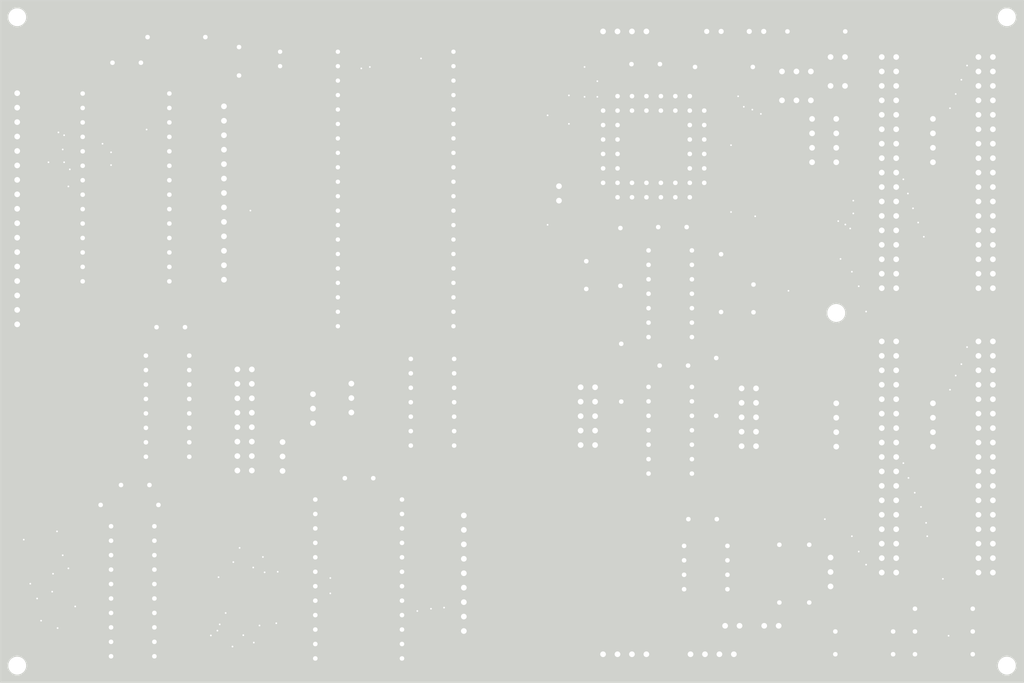
<source format=kicad_pcb>
(kicad_pcb (version 20240108) (generator "pcbnew") (generator_version "8.0")
  (layers (0 "F.Cu" signal) (31 "B.Cu" signal) (34 "B.Paste" user) (35 "F.Paste" user) (36 "B.SilkS" user "B.Silkscreen") (37 "F.SilkS" user "F.Silkscreen") (38 "B.Mask" user) (39 "F.Mask" user) (44 "Edge.Cuts" user))
  (net 0 "")
  (net 1 "GND")
  (net 2 "+5V")
  (net 4 "Net-(D1-A)")
  (net 5 "Net-(D2-A)")
  (net 6 "/IDX")
  (net 7 "/DRV2B")
  (net 8 "/HDSEL")
  (net 9 "/WPT")
  (net 10 "/MOT2A")
  (net 11 "/DENSEL")
  (net 12 "/P6")
  (net 13 "/STEP")
  (net 14 "/DSKCHG")
  (net 15 "/DRV2A")
  (net 16 "/WGATE")
  (net 17 "/WDATA")
  (net 18 "/TRK00")
  (net 19 "/DIR")
  (net 20 "/MOT2B")
  (net 21 "/RDD")
  (net 22 "/P4")
  (net 23 "/MOT1A")
  (net 24 "/DRV1B")
  (net 25 "/MOT1B")
  (net 26 "/DRV1A")
  (net 27 "/MOT3A")
  (net 28 "/DRV3B")
  (net 29 "/DRV3A")
  (net 30 "/MOT3B")
  (net 31 "/DRV4A")
  (net 32 "/MOT4B")
  (net 33 "/MOT4A")
  (net 34 "/DRV4B")
  (net 35 "/DCH")
  (net 36 "/HDL")
  (net 37 "/USE")
  (net 38 "/DS4")
  (net 39 "Net-(J11-Pin_1)")
  (net 40 "/RAM")
  (net 41 "Net-(J8-Pin_11)")
  (net 42 "/FDCS")
  (net 43 "Net-(J8-Pin_7)")
  (net 44 "Net-(J8-Pin_3)")
  (net 45 "Net-(J8-Pin_5)")
  (net 46 "Net-(J11-Pin_3)")
  (net 47 "Net-(J8-Pin_13)")
  (net 48 "Net-(J8-Pin_9)")
  (net 49 "/LDOR")
  (net 50 "/LDCR")
  (net 51 "Net-(J11-Pin_2)")
  (net 52 "Net-(J8-Pin_15)")
  (net 53 "Net-(J8-Pin_1)")
  (net 54 "unconnected-(J9-Pin_3-Pad3)")
  (net 55 "/SEL1")
  (net 56 "/A15")
  (net 57 "/A14")
  (net 58 "/SEL2")
  (net 59 "Net-(J10-Pin_3)")
  (net 60 "Net-(J12-Pin_1)")
  (net 61 "Net-(J13-Pin_1)")
  (net 62 "Net-(J14-Pin_2)")
  (net 64 "Net-(J15-Pin_3)")
  (net 65 "Net-(J15-Pin_2)")
  (net 66 "/XT1")
  (net 67 "/2MHz")
  (net 68 "/1MHz")
  (net 69 "/8MHz")
  (net 70 "/4MHz")
  (net 71 "/16MHz")
  (net 72 "/XT2")
  (net 73 "/4.8MHz")
  (net 74 "/9.6MHz")
  (net 75 "/0.6MHz")
  (net 76 "/1.2MHz")
  (net 77 "/2.4MHz")
  (net 78 "/RWC")
  (net 79 "/D7")
  (net 80 "/D6")
  (net 81 "/D5")
  (net 82 "/D3")
  (net 83 "/D4")
  (net 84 "/D1")
  (net 85 "/D0")
  (net 86 "/D2")
  (net 87 "/A4")
  (net 88 "/A6")
  (net 89 "/A8")
  (net 90 "/A5")
  (net 91 "/A7")
  (net 92 "/A1")
  (net 93 "/A0")
  (net 94 "/A11")
  (net 95 "/A2")
  (net 96 "/A10")
  (net 97 "/A3")
  (net 98 "/A13")
  (net 99 "/A9")
  (net 100 "/A12")
  (net 101 "/P3.3")
  (net 102 "/INT")
  (net 103 "/P1.4")
  (net 104 "/P1.6")
  (net 105 "/P3.5")
  (net 106 "/P1.1")
  (net 107 "/P1.0")
  (net 108 "/WR")
  (net 109 "/P1.5")
  (net 110 "/P3.4")
  (net 111 "/P1.7")
  (net 112 "/RD")
  (net 113 "/DS2")
  (net 114 "/DS3")
  (net 115 "/DS1")
  (net 116 "Net-(U4-~{Mr})")
  (net 117 "Net-(U5-~{WE})")
  (net 118 "Net-(R8-Pad1)")
  (net 119 "Net-(R8-Pad2)")
  (net 120 "Net-(R9-Pad1)")
  (net 121 "Net-(R9-Pad2)")
  (net 122 "Net-(U10A-MR)")
  (net 123 "Net-(U10B-MR)")
  (net 124 "/TC")
  (net 127 "/-XT1")
  (net 129 "/-XT2")
  (net 131 "/FDRST")
  (net 134 "/PSEN")
  (net 136 "/ALE")
  (net 137 "/P3.0")
  (net 139 "/P3.1")
  (net 140 "Net-(U7-Pad10)")
  (net 142 "Net-(U7-Pad4)")
  (footprint "Connector_PinHeader_2.54mm:PinHeader_1x02_P2.54mm_Vertical" (layer "F.Cu") (at 166 30 90)
    (property "Reference" "J18")
    (property "Value" "LED")
  )
  (footprint "Connector_PinSocket_2.54mm:PinSocket_1x04_P2.54mm_Vertical" (layer "F.Cu") (at 126 25.5 90)
    (property "Reference" "J23")
    (property "Value" "5V")
  )
  (footprint "Resistor_THT:R_Axial_DIN0207_L6.3mm_D2.5mm_P10.16mm_Horizontal" (layer "F.Cu") (at 191 131 180)
    (property "Reference" "R3")
    (property "Value" "150")
  )
  (footprint "Capacitor_THT:C_Disc_D4.7mm_W2.5mm_P5.00mm" (layer "F.Cu") (at 80.6 104.05)
    (property "Reference" "C2")
    (property "Value" "0.01")
  )
  (footprint "Capacitor_THT:C_Disc_D4.7mm_W2.5mm_P5.00mm" (layer "F.Cu") (at 146 111.25 180)
    (property "Reference" "C9")
    (property "Value" "0.01")
  )
  (footprint "Resistor_THT:R_Axial_DIN0207_L6.3mm_D2.5mm_P10.16mm_Horizontal" (layer "F.Cu") (at 177 135 180)
    (property "Reference" "R1")
    (property "Value" "150")
  )
  (footprint "Connector_PinHeader_2.54mm:PinHeader_1x03_P2.54mm_Vertical" (layer "F.Cu") (at 157.46 32.54 90)
    (property "Reference" "J6")
    (property "Value" "Pin4")
  )
  (footprint "Package_DIP:DIP-20_W7.62mm_Socket_LongPads" (layer "F.Cu") (at 39.5 112.5)
    (property "Reference" "U4")
    (property "Value" "74LS273")
  )
  (footprint "Connector_PinHeader_2.54mm:PinHeader_1x04_P2.54mm_Vertical" (layer "F.Cu") (at 184 98.5 180)
    (property "Reference" "J25")
    (property "Value" "MOT1")
  )
  (footprint "Resistor_THT:R_Axial_DIN0207_L6.3mm_D2.5mm_P10.16mm_Horizontal" (layer "F.Cu") (at 129.05 60.07 -90)
    (property "Reference" "R8")
    (property "Value" "470")
  )
  (footprint "Capacitor_THT:C_Disc_D4.7mm_W2.5mm_P5.00mm" (layer "F.Cu") (at 39.75 31)
    (property "Reference" "C4")
    (property "Value" "0.01")
  )
  (footprint "Package_DIP:DIP-14_W7.62mm_Socket_LongPads" (layer "F.Cu") (at 92.2 83.075)
    (property "Reference" "U9")
    (property "Value" "74LS04")
  )
  (footprint "Capacitor_THT:C_Disc_D4.7mm_W2.5mm_P5.00mm" (layer "F.Cu") (at 47.5 77.5)
    (property "Reference" "C6")
    (property "Value" "C")
  )
  (footprint "Connector_PinHeader_2.54mm:PinHeader_1x17_P2.54mm_Vertical" (layer "F.Cu") (at 23 77 180)
    (property "Reference" "J20")
    (property "Value" "Addr")
  )
  (footprint "Connector_PinHeader_2.54mm:PinHeader_2x17_P2.54mm_Vertical" (layer "F.Cu") (at 175 80)
    (property "Reference" "J4")
    (property "Value" "FDC4")
  )
  (footprint "Capacitor_THT:C_Disc_D4.7mm_W2.5mm_P5.00mm" (layer "F.Cu") (at 140.7 59.9 180)
    (property "Reference" "C7")
    (property "Value" "0.01")
  )
  (footprint "Connector_PinSocket_2.54mm:PinSocket_1x09_P2.54mm_Vertical" (layer "F.Cu") (at 101.525 110.6)
    (property "Reference" "J19")
    (property "Value" "Data")
  )
  (footprint "Connector_PinHeader_2.54mm:PinHeader_1x03_P2.54mm_Vertical" (layer "F.Cu") (at 157.46 37.62 90)
    (property "Reference" "J29")
    (property "Value" "Conn_01x03_Pin")
  )
  (footprint "Resistor_THT:R_Axial_DIN0207_L6.3mm_D2.5mm_P10.16mm_Horizontal" (layer "F.Cu") (at 145.9 93.08 90)
    (property "Reference" "R13")
    (property "Value" "1k")
  )
  (footprint "Connector_PinHeader_2.54mm:PinHeader_2x08_P2.54mm_Vertical" (layer "F.Cu") (at 61.71 84.92)
    (property "Reference" "J8")
    (property "Value" "Addr")
  )
  (footprint "Connector_PinHeader_2.54mm:PinHeader_1x02_P2.54mm_Vertical" (layer "F.Cu") (at 118.25 55.25 180)
    (property "Reference" "J5")
    (property "Value" "DCH_EN")
  )
  (footprint "Resistor_THT:R_Axial_DIN0207_L6.3mm_D2.5mm_P10.16mm_Horizontal" (layer "F.Cu") (at 47.83 108.75 180)
    (property "Reference" "R6")
    (property "Value" "470")
  )
  (footprint "Connector_PinHeader_2.54mm:PinHeader_1x13_P2.54mm_Vertical" (layer "F.Cu") (at 59.35 69.15 180)
    (property "Reference" "J21")
    (property "Value" "Conn_01x13_Pin")
  )
  (footprint "Resistor_THT:R_Axial_DIN0207_L6.3mm_D2.5mm_P10.16mm_Horizontal" (layer "F.Cu") (at 152.33 31.75 180)
    (property "Reference" "R15")
    (property "Value" "R")
  )
  (footprint "Connector_PinHeader_2.54mm:PinHeader_1x04_P2.54mm_Vertical" (layer "F.Cu") (at 184 48.5 180)
    (property "Reference" "J26")
    (property "Value" "MOT2")
  )
  (footprint "Crystal:Crystal_HC49-U_Vertical" (layer "F.Cu") (at 152.45 70 -90)
    (property "Reference" "Y2")
    (property "Value" "16 MHz")
  )
  (footprint "Capacitor_THT:C_Disc_D4.7mm_W2.5mm_P5.00mm" (layer "F.Cu") (at 140.95 84.25 180)
    (property "Reference" "C8")
    (property "Value" "0.01")
  )
  (footprint "Connector_PinHeader_2.54mm:PinHeader_2x05_P2.54mm_Vertical" (layer "F.Cu") (at 122.06 88.06)
    (property "Reference" "J16")
    (property "Value" "16MHz")
  )
  (footprint "Connector_PinHeader_2.54mm:PinHeader_1x04_P2.54mm_Vertical" (layer "F.Cu") (at 162.75 48.5 180)
    (property "Reference" "J24")
    (property "Value" "DS")
  )
  (footprint "Connector_PinHeader_2.54mm:PinHeader_1x04_P2.54mm_Vertical" (layer "F.Cu") (at 149 135 -90)
    (property "Reference" "J15")
    (property "Value" "DOUT")
  )
  (footprint "Resistor_THT:R_Axial_DIN0207_L6.3mm_D2.5mm_P10.16mm_Horizontal" (layer "F.Cu") (at 146.75 64.67 -90)
    (property "Reference" "R9")
    (property "Value" "470")
  )
  (footprint "Connector_PinHeader_2.54mm:PinHeader_1x04_P2.54mm_Vertical" (layer "F.Cu") (at 167 98.5 180)
    (property "Reference" "J27")
    (property "Value" "MOT4")
  )
  (footprint "LED_THT:LED_D5.0mm" (layer "F.Cu") (at 151.71 25.5)
    (property "Reference" "D1")
    (property "Value" "LED")
  )
  (footprint "Package_LCC:PLCC-44_THT-Socket" (layer "F.Cu") (at 136.17 39.42)
    (property "Reference" "U1")
    (property "Value" "WD37C65")
  )
  (footprint "Package_DIP:DIP-14_W7.62mm_Socket_LongPads" (layer "F.Cu") (at 134 88)
    (property "Reference" "U10")
    (property "Value" "74LS393")
  )
  (footprint "Package_DIP:DIP-28_W15.24mm_Socket_LongPads" (layer "F.Cu") (at 34.51 36.42)
    (property "Reference" "U5")
    (property "Value" "28C256")
  )
  (footprint "Capacitor_THT:C_Disc_D4.7mm_W2.5mm_P5.00mm" (layer "F.Cu") (at 131 31.25)
    (property "Reference" "C1")
    (property "Value" "0.1")
  )
  (footprint "Resistor_THT:R_Axial_DIN0207_L6.3mm_D2.5mm_P10.16mm_Horizontal" (layer "F.Cu") (at 56.08 26.5 180)
    (property "Reference" "R7")
    (property "Value" "1k")
  )
  (footprint "Resistor_THT:R_Axial_DIN0207_L6.3mm_D2.5mm_P10.16mm_Horizontal" (layer "F.Cu") (at 177 131 180)
    (property "Reference" "R5")
    (property "Value" "150")
  )
  (footprint "Connector_PinHeader_2.54mm:PinHeader_2x17_P2.54mm_Vertical" (layer "F.Cu") (at 175 30)
    (property "Reference" "J3")
    (property "Value" "FDC3")
  )
  (footprint "Resistor_THT:R_Axial_DIN0207_L6.3mm_D2.5mm_P10.16mm_Horizontal" (layer "F.Cu") (at 191 135 180)
    (property "Reference" "R4")
    (property "Value" "150")
  )
  (footprint "Connector_PinHeader_2.54mm:PinHeader_1x02_P2.54mm_Vertical" (layer "F.Cu") (at 156.875 130 -90)
    (property "Reference" "J12")
    (property "Value" "CD1")
  )
  (footprint "Connector_PinHeader_2.54mm:PinHeader_2x17_P2.54mm_Vertical" (layer "F.Cu") (at 192 30)
    (property "Reference" "J1")
    (property "Value" "FDC2")
  )
  (footprint "Connector_PinHeader_2.54mm:PinHeader_1x02_P2.54mm_Vertical" (layer "F.Cu") (at 150 130 -90)
    (property "Reference" "J13")
    (property "Value" "CD0")
  )
  (footprint "Capacitor_THT:C_Disc_D4.7mm_W2.5mm_P5.00mm" (layer "F.Cu") (at 62 28.25 -90)
    (property "Reference" "C5")
    (property "Value" "0.1")
  )
  (footprint "Crystal:Crystal_HC49-U_Vertical" (layer "F.Cu") (at 123.05 65.9 -90)
    (property "Reference" "Y1")
    (property "Value" "9.6 MHz")
  )
  (footprint "Connector_PinHeader_2.54mm:PinHeader_1x02_P2.54mm_Vertical" (layer "F.Cu") (at 166 35.08 90)
    (property "Reference" "J7")
    (property "Value" "Pin6")
  )
  (footprint "Package_DIP:DIP-16_W7.62mm_Socket_LongPads" (layer "F.Cu") (at 45.63 82.5)
    (property "Reference" "U6")
    (property "Value" "74LS138")
  )
  (footprint "Connector_PinHeader_2.54mm:PinHeader_2x05_P2.54mm_Vertical" (layer "F.Cu") (at 150.36 88.26)
    (property "Reference" "J17")
    (property "Value" "9.6MHz")
  )
  (footprint "Connector_PinHeader_2.54mm:PinHeader_2x17_P2.54mm_Vertical" (layer "F.Cu") (at 192 80)
    (property "Reference" "J2")
    (property "Value" "FDC1")
  )
  (footprint "Package_DIP:DIP-14_W7.62mm_Socket_LongPads" (layer "F.Cu") (at 134 64)
    (property "Reference" "U7")
    (property "Value" "74LS04")
  )
  (footprint "Capacitor_THT:C_Disc_D4.7mm_W2.5mm_P5.00mm" (layer "F.Cu") (at 46.25 105.25 180)
    (property "Reference" "C3")
    (property "Value" "0.01")
  )
  (footprint "Connector_PinHeader_2.54mm:PinHeader_1x03_P2.54mm_Vertical" (layer "F.Cu") (at 166 118)
    (property "Reference" "J14")
    (property "Value" "FDC")
  )
  (footprint "Connector_PinHeader_2.54mm:PinHeader_1x03_P2.54mm_Vertical" (layer "F.Cu") (at 75 89.275)
    (property "Reference" "J10")
    (property "Value" "SEL2")
  )
  (footprint "Module:8051break" (layer "F.Cu") (at 88.92 53.07)
    (property "Reference" "U2")
    (property "Value" "~")
  )
  (footprint "Connector_PinHeader_2.54mm:PinHeader_1x04_P2.54mm_Vertical" (layer "F.Cu") (at 167 48.5 180)
    (property "Reference" "J28")
    (property "Value" "MOT3")
  )
  (footprint "Resistor_THT:R_Axial_DIN0207_L6.3mm_D2.5mm_P10.16mm_Horizontal" (layer "F.Cu") (at 162.25 115.75 -90)
    (property "Reference" "R10")
    (property "Value" "1k")
  )
  (footprint "Connector_PinSocket_2.54mm:PinSocket_1x04_P2.54mm_Vertical" (layer "F.Cu") (at 126 135 90)
    (property "Reference" "J22")
    (property "Value" "GND")
  )
  (footprint "Package_DIP:DIP-8_W7.62mm_Socket_LongPads" (layer "F.Cu") (at 140.25 115.95)
    (property "Reference" "U8")
    (property "Value" "FDC9216")
  )
  (footprint "Connector_PinHeader_2.54mm:PinHeader_1x03_P2.54mm_Vertical" (layer "F.Cu") (at 81.75 87.42)
    (property "Reference" "J9")
    (property "Value" "SEL1")
  )
  (footprint "Resistor_THT:R_Axial_DIN0207_L6.3mm_D2.5mm_P10.16mm_Horizontal" (layer "F.Cu") (at 157 115.75 -90)
    (property "Reference" "R11")
    (property "Value" "1k")
  )
  (footprint "Resistor_THT:R_Axial_DIN0207_L6.3mm_D2.5mm_P10.16mm_Horizontal" (layer "F.Cu") (at 129.2 90.58 90)
    (property "Reference" "R12")
    (property "Value" "1k")
  )
  (footprint "LED_THT:LED_D5.0mm" (layer "F.Cu") (at 144.225 25.5)
    (property "Reference" "D2")
    (property "Value" "LED")
  )
  (footprint "Resistor_THT:R_Axial_DIN0207_L6.3mm_D2.5mm_P10.16mm_Horizontal" (layer "F.Cu") (at 191 127 180)
    (property "Reference" "R2")
    (property "Value" "150")
  )
  (footprint "Connector_PinHeader_2.54mm:PinHeader_1x03_P2.54mm_Vertical" (layer "F.Cu") (at 69.65 102.775 180)
    (property "Reference" "J11")
    (property "Value" "Spare")
  )
  (footprint "Package_DIP:DIP-24_W15.24mm_Socket_LongPads" (layer "F.Cu") (at 75.41 107.8)
    (property "Reference" "U3")
    (property "Value" "HM6116")
  )
  (footprint "Resistor_THT:R_Axial_DIN0207_L6.3mm_D2.5mm_P10.16mm_Horizontal" (layer "F.Cu") (at 168.58 25.5 180)
    (property "Reference" "R14")
    (property "Value" "1k")
  )
  (gr_circle (center 197 23) (end 198.6 23) (stroke (width 0.05)) (fill none) (layer "Edge.Cuts"))
  (gr_line (start 200 140) (end 20 140) (stroke (width 0.05)) (layer "Edge.Cuts"))
  (gr_circle (center 167 75) (end 168.6 75) (stroke (width 0.05)) (fill none) (layer "Edge.Cuts"))
  (gr_circle (center 197 137) (end 198.6 137) (stroke (width 0.05)) (fill none) (layer "Edge.Cuts"))
  (gr_circle (center 23 137) (end 24.6 137) (stroke (width 0.05)) (fill none) (layer "Edge.Cuts"))
  (gr_line (start 200 20) (end 200 140) (stroke (width 0.05)) (layer "Edge.Cuts"))
  (gr_line (start 20 20) (end 200 20) (stroke (width 0.05)) (layer "Edge.Cuts"))
  (gr_circle (center 23 23) (end 24.6 23) (stroke (width 0.05)) (fill none) (layer "Edge.Cuts"))
  (gr_line (start 20 140) (end 20 20) (stroke (width 0.05)) (layer "Edge.Cuts"))
  (segment (start 144.9488 48.0512) (end 145 48) (width 0.2) (layer "B.Cu") (net 1))
  (segment (start 141.25 47.04) (end 142.2612 48.0512) (width 0.2) (layer "B.Cu") (net 1))
  (segment (start 142.2612 48.0512) (end 144.9488 48.0512) (width 0.2) (layer "B.Cu") (net 1))
  (segment (start 138.05 91.57) (end 138.05 103.3) (width 0.508) (layer "F.Cu") (net 2))
  (segment (start 136 27.88) (end 136 31.25) (width 0.508) (layer "F.Cu") (net 2))
  (segment (start 146.2 54.4) (end 146.2 37.05) (width 0.508) (layer "F.Cu") (net 2))
  (segment (start 140.95 84.25) (end 140.95 87.33) (width 0.508) (layer "F.Cu") (net 2))
  (segment (start 46.25 105.25) (end 46.25 107.17) (width 0.508) (layer "F.Cu") (net 2))
  (segment (start 138.05 103.3) (end 146 111.25) (width 0.508) (layer "F.Cu") (net 2))
  (segment (start 177 131) (end 177 135) (width 0.508) (layer "F.Cu") (net 2))
  (segment (start 191 127) (end 191 135) (width 0.508) (layer "F.Cu") (net 2))
  (segment (start 136.17 36.88) (end 136.17 34.15) (width 0.508) (layer "F.Cu") (net 2))
  (segment (start 47.83 111.79) (end 47.12 112.5) (width 0.508) (layer "F.Cu") (net 2))
  (segment (start 49.75 36.42) (end 52.5 39.17) (width 0.508) (layer "F.Cu") (net 2))
  (segment (start 52.5 81.75) (end 53.25 82.5) (width 0.508) (layer "F.Cu") (net 2))
  (segment (start 136.17 34.15) (end 136.17 31.42) (width 0.508) (layer "F.Cu") (net 2))
  (segment (start 141.62 88) (end 138.05 91.57) (width 0.508) (layer "F.Cu") (net 2))
  (segment (start 133.62 25.5) (end 136 27.88) (width 0.508) (layer "F.Cu") (net 2))
  (segment (start 140.7 63.08) (end 141.62 64) (width 0.508) (layer "F.Cu") (net 2))
  (segment (start 140.7 59.9) (end 140.7 63.08) (width 0.508) (layer "F.Cu") (net 2))
  (segment (start 147.87 115.95) (end 147.87 113.12) (width 0.508) (layer "F.Cu") (net 2))
  (segment (start 47.83 108.75) (end 47.83 111.79) (width 0.508) (layer "F.Cu") (net 2))
  (segment (start 46.25 107.17) (end 47.83 108.75) (width 0.508) (layer "F.Cu") (net 2))
  (segment (start 140.95 87.33) (end 141.62 88) (width 0.508) (layer "F.Cu") (net 2))
  (segment (start 143.3 34.15) (end 136.17 34.15) (width 0.508) (layer "F.Cu") (net 2))
  (segment (start 52.5 39.17) (end 52.5 77.5) (width 0.508) (layer "F.Cu") (net 2))
  (segment (start 140.7 59.9) (end 146.2 54.4) (width 0.508) (layer "F.Cu") (net 2))
  (segment (start 136.17 31.42) (end 136 31.25) (width 0.508) (layer "F.Cu") (net 2))
  (segment (start 146.2 37.05) (end 143.3 34.15) (width 0.508) (layer "F.Cu") (net 2))
  (segment (start 147.87 113.12) (end 146 111.25) (width 0.508) (layer "F.Cu") (net 2))
  (segment (start 136.33 30.92) (end 136 31.25) (width 0.508) (layer "F.Cu") (net 2))
  (segment (start 52.5 77.5) (end 52.5 81.75) (width 0.508) (layer "F.Cu") (net 2))
  (segment (start 189.746 136.254) (end 191 135) (width 0.508) (layer "B.Cu") (net 2))
  (segment (start 62 28.25) (end 68.4 28.25) (width 0.508) (layer "B.Cu") (net 2))
  (segment (start 172.075865 131) (end 177 131) (width 0.508) (layer "B.Cu") (net 2))
  (segment (start 177 135) (end 178.254 136.254) (width 0.508) (layer "B.Cu") (net 2))
  (segment (start 162.54 37.62) (end 160.7888 35.8688) (width 0.2) (layer "B.Cu") (net 2))
  (segment (start 137.1812 35.8688) (end 136.17 36.88) (width 0.2) (layer "B.Cu") (net 2))
  (segment (start 103.27 25.5) (end 99.7 29.07) (width 0.508) (layer "B.Cu") (net 2))
  (segment (start 157 115.75) (end 162.25 115.75) (width 0.508) (layer "B.Cu") (net 2))
  (segment (start 78.104 106.546) (end 80.6 104.05) (width 0.508) (layer "B.Cu") (net 2))
  (segment (start 49.75 36.42) (end 53.83 36.42) (width 0.508) (layer "B.Cu") (net 2))
  (segment (start 98.484 27.854) (end 99.7 29.07) (width 0.508) (layer "B.Cu") (net 2))
  (segment (start 53.83 36.42) (end 62 28.25) (width 0.508) (layer "B.Cu") (net 2))
  (segment (start 50.034 106.546) (end 78.104 106.546) (width 0.508) (layer "B.Cu") (net 2))
  (segment (start 126 25.5) (end 103.27 25.5) (width 0.508) (layer "B.Cu") (net 2))
  (segment (start 84.35 107.8) (end 90.65 107.8) (width 0.508) (layer "B.Cu") (net 2))
  (segment (start 162.25 121.174135) (end 172.075865 131) (width 0.508) (layer "B.Cu") (net 2))
  (segment (start 139.696 82.996) (end 140.95 84.25) (width 0.508) (layer "B.Cu") (net 2))
  (segment (start 126 25.5) (end 133.62 25.5) (width 0.508) (layer "B.Cu") (net 2))
  (segment (start 178.254 136.254) (end 189.746 136.254) (width 0.508) (layer "B.Cu") (net 2))
  (segment (start 44.75 31) (end 49.75 36) (width 0.508) (layer "B.Cu") (net 2))
  (segment (start 160.7888 35.8688) (end 137.1812 35.8688) (width 0.2) (layer "B.Cu") (net 2))
  (segment (start 47.83 108.75) (end 50.034 106.546) (width 0.508) (layer "B.Cu") (net 2))
  (segment (start 56.08 26.5) (end 60.25 26.5) (width 0.508) (layer "B.Cu") (net 2))
  (segment (start 80.6 104.05) (end 84.35 107.8) (width 0.508) (layer "B.Cu") (net 2))
  (segment (start 99.82 83.075) (end 99.899 82.996) (width 0.508) (layer "B.Cu") (net 2))
  (segment (start 162.25 115.75) (end 162.25 121.174135) (width 0.508) (layer "B.Cu") (net 2))
  (segment (start 99.899 82.996) (end 139.696 82.996) (width 0.508) (layer "B.Cu") (net 2))
  (segment (start 147.87 115.95) (end 156.8 115.95) (width 0.508) (layer "B.Cu") (net 2))
  (segment (start 60.25 26.5) (end 62 28.25) (width 0.508) (layer "B.Cu") (net 2))
  (segment (start 69.22 29.07) (end 70.436 27.854) (width 0.508) (layer "B.Cu") (net 2))
  (segment (start 49.75 36) (end 49.75 36.42) (width 0.508) (layer "B.Cu") (net 2))
  (segment (start 70.436 27.854) (end 98.484 27.854) (width 0.508) (layer "B.Cu") (net 2))
  (segment (start 156.8 115.95) (end 157 115.75) (width 0.508) (layer "B.Cu") (net 2))
  (segment (start 68.4 28.25) (end 69.22 29.07) (width 0.508) (layer "B.Cu") (net 2))
  (segment (start 154.25 25.5) (end 158.42 25.5) (width 0.2) (layer "B.Cu") (net 4))
  (segment (start 146.765 27.155) (end 142.17 31.75) (width 0.2) (layer "F.Cu") (net 5))
  (segment (start 146.765 25.5) (end 146.765 27.155) (width 0.2) (layer "F.Cu") (net 5))
  (segment (start 187 131.5) (end 186.75 131.75) (width 0.2) (layer "F.Cu") (net 6))
  (segment (start 187 39) (end 187 88.5) (width 0.2) (layer "F.Cu") (net 6))
  (segment (start 187 88.5) (end 187 131.5) (width 0.2) (layer "F.Cu") (net 6))
  (via (at 186.75 131.75) (size 0.6) (drill 0.3) (layers "F.Cu" "B.Cu") (net 6))
  (via (at 187 39) (size 0.6) (drill 0.3) (layers "F.Cu" "B.Cu") (net 6))
  (via (at 187 88.5) (size 0.6) (drill 0.3) (layers "F.Cu" "B.Cu") (net 6))
  (segment (start 187.27 88.77) (end 193.39 88.77) (width 0.2) (layer "B.Cu") (net 6))
  (segment (start 187 88.5) (end 186.73 88.77) (width 0.2) (layer "B.Cu") (net 6))
  (segment (start 140.2388 37.8912) (end 154.3912 37.8912) (width 0.2) (layer "B.Cu") (net 6))
  (segment (start 186.77 38.77) (end 178.69 38.77) (width 0.2) (layer "B.Cu") (net 6))
  (segment (start 166.84 135) (end 165.94 134.1) (width 0.2) (layer "B.Cu") (net 6))
  (segment (start 186.75 131.75) (end 185.5 133) (width 0.2) (layer "B.Cu") (net 6))
  (segment (start 187.23 38.77) (end 193.39 38.77) (width 0.2) (layer "B.Cu") (net 6))
  (segment (start 167.75 134.09) (end 167.76 134.09) (width 0.2) (layer "B.Cu") (net 6))
  (segment (start 193.39 88.77) (end 194.54 87.62) (width 0.2) (layer "B.Cu") (net 6))
  (segment (start 155.27 38.77) (end 176.39 38.77) (width 0.2) (layer "B.Cu") (net 6))
  (segment (start 186.73 88.77) (end 178.69 88.77) (width 0.2) (layer "B.Cu") (net 6))
  (segment (start 178.69 88.77) (end 177.54 87.62) (width 0.2) (layer "B.Cu") (net 6))
  (segment (start 176.39 38.77) (end 177.54 37.62) (width 0.2) (layer "B.Cu") (net 6))
  (segment (start 193.39 38.77) (end 194.54 37.62) (width 0.2) (layer "B.Cu") (net 6))
  (segment (start 167.76 134.09) (end 168.85 133) (width 0.2) (layer "B.Cu") (net 6))
  (segment (start 187 39) (end 187.23 38.77) (width 0.2) (layer "B.Cu") (net 6))
  (segment (start 187 39) (end 186.77 38.77) (width 0.2) (layer "B.Cu") (net 6))
  (segment (start 187 88.5) (end 187.27 88.77) (width 0.2) (layer "B.Cu") (net 6))
  (segment (start 138.71 39.42) (end 140.2388 37.8912) (width 0.2) (layer "B.Cu") (net 6))
  (segment (start 185.5 133) (end 168.85 133) (width 0.2) (layer "B.Cu") (net 6))
  (segment (start 165.94 134.1) (end 149.9 134.1) (width 0.2) (layer "B.Cu") (net 6))
  (segment (start 167.75 134.09) (end 166.84 135) (width 0.2) (layer "B.Cu") (net 6))
  (segment (start 178.69 38.77) (end 177.54 37.62) (width 0.2) (layer "B.Cu") (net 6))
  (segment (start 154.3912 37.8912) (end 155.27 38.77) (width 0.2) (layer "B.Cu") (net 6))
  (segment (start 149.9 134.1) (end 149 135) (width 0.2) (layer "B.Cu") (net 6))
  (segment (start 184 43.42) (end 184.43 43.85) (width 0.2) (layer "B.Cu") (net 7))
  (segment (start 193.39 43.85) (end 194.54 42.7) (width 0.2) (layer "B.Cu") (net 7))
  (segment (start 184.43 43.85) (end 193.39 43.85) (width 0.2) (layer "B.Cu") (net 7))
  (segment (start 169.45 66.4) (end 170.95 67.9) (width 0.2) (layer "F.Cu") (net 8))
  (segment (start 170.95 67.9) (end 170.95 70.3) (width 0.2) (layer "F.Cu") (net 8))
  (segment (start 169.45 60.15) (end 169.45 66.4) (width 0.2) (layer "F.Cu") (net 8))
  (segment (start 170.95 70.3) (end 170.95 116.95) (width 0.2) (layer "F.Cu") (net 8))
  (via (at 170.95 116.95) (size 0.6) (drill 0.3) (layers "F.Cu" "B.Cu") (net 8))
  (via (at 169.45 60.15) (size 0.6) (drill 0.3) (layers "F.Cu" "B.Cu") (net 8))
  (via (at 170.95 70.3) (size 0.6) (drill 0.3) (layers "F.Cu" "B.Cu") (net 8))
  (segment (start 194.54 118.1) (end 193.15 119.49) (width 0.2) (layer "B.Cu") (net 8))
  (segment (start 193.39 69.25) (end 178.69 69.25) (width 0.2) (layer "B.Cu") (net 8))
  (segment (start 146.74 60.15) (end 169.45 60.15) (width 0.2) (layer "B.Cu") (net 8))
  (segment (start 141.25 54.66) (end 146.74 60.15) (width 0.2) (layer "B.Cu") (net 8))
  (segment (start 176.39 116.95) (end 170.95 116.95) (width 0.2) (layer "B.Cu") (net 8))
  (segment (start 177.54 68.1) (end 176.39 69.25) (width 0.2) (layer "B.Cu") (net 8))
  (segment (start 172 69.25) (end 170.95 70.3) (width 0.2) (layer "B.Cu") (net 8))
  (segment (start 176.39 69.25) (end 172 69.25) (width 0.2) (layer "B.Cu") (net 8))
  (segment (start 178.69 69.25) (end 177.54 68.1) (width 0.2) (layer "B.Cu") (net 8))
  (segment (start 193.15 119.49) (end 178.93 119.49) (width 0.2) (layer "B.Cu") (net 8))
  (segment (start 194.54 68.1) (end 193.39 69.25) (width 0.2) (layer "B.Cu") (net 8))
  (segment (start 177.54 118.1) (end 176.39 116.95) (width 0.2) (layer "B.Cu") (net 8))
  (segment (start 178.93 119.49) (end 177.54 118.1) (width 0.2) (layer "B.Cu") (net 8))
  (segment (start 167.75 65.5) (end 167.75 59.25) (width 0.2) (layer "F.Cu") (net 9))
  (segment (start 164.75 75.864855) (end 164.75 111) (width 0.2) (layer "F.Cu") (net 9))
  (segment (start 167.75 59.25) (end 167.35 58.85) (width 0.2) (layer "F.Cu") (net 9))
  (segment (start 183 114.25) (end 183 128.84) (width 0.2) (layer "F.Cu") (net 9))
  (segment (start 167.75 65.5) (end 167.75 70.75) (width 0.2) (layer "F.Cu") (net 9))
  (segment (start 152.75 58) (end 152.75 40.75) (width 0.2) (layer "F.Cu") (net 9))
  (segment (start 164.75 111) (end 165 111.25) (width 0.2) (layer "F.Cu") (net 9))
  (segment (start 164.75 73.75) (end 164.75 75.864855) (width 0.2) (layer "F.Cu") (net 9))
  (segment (start 167.75 70.75) (end 164.75 73.75) (width 0.2) (layer "F.Cu") (net 9))
  (segment (start 183 128.84) (end 180.84 131) (width 0.2) (layer "F.Cu") (net 9))
  (segment (start 152.75 58) (end 152.7 57.95) (width 0.2) (layer "F.Cu") (net 9))
  (segment (start 152.75 40.75) (end 150.75 38.75) (width 0.2) (layer "F.Cu") (net 9))
  (via (at 165 111.25) (size 0.6) (drill 0.3) (layers "F.Cu" "B.Cu") (net 9))
  (via (at 183 114.25) (size 0.6) (drill 0.3) (layers "F.Cu" "B.Cu") (net 9))
  (via (at 167.35 58.85) (size 0.6) (drill 0.3) (layers "F.Cu" "B.Cu") (net 9))
  (via (at 167.75 65.5) (size 0.6) (drill 0.3) (layers "F.Cu" "B.Cu") (net 9))
  (via (at 152.75 58) (size 0.6) (drill 0.3) (layers "F.Cu" "B.Cu") (net 9))
  (via (at 150.75 38.75) (size 0.6) (drill 0.3) (layers "F.Cu" "B.Cu") (net 9))
  (segment (start 177.54 113.02) (end 176.15 111.63) (width 0.2) (layer "B.Cu") (net 9))
  (segment (start 176.15 111.63) (end 165.38 111.63) (width 0.2) (layer "B.Cu") (net 9))
  (segment (start 167.3 58.85) (end 167.35 58.85) (width 0.2) (layer "B.Cu") (net 9))
  (segment (start 178.69 114.17) (end 177.54 113.02) (width 0.2) (layer "B.Cu") (net 9))
  (segment (start 194.54 113.02) (end 193.39 114.17) (width 0.2) (layer "B.Cu") (net 9))
  (segment (start 183 114.25) (end 182.92 114.17) (width 0.2) (layer "B.Cu") (net 9))
  (segment (start 152.75 58) (end 166.45 58) (width 0.2) (layer "B.Cu") (net 9))
  (segment (start 141.25 39.42) (end 142.2612 38.4088) (width 0.2) (layer "B.Cu") (net 9))
  (segment (start 193.39 114.17) (end 183.08 114.17) (width 0.2) (layer "B.Cu") (net 9))
  (segment (start 194.54 63.02) (end 193.39 64.17) (width 0.2) (layer "B.Cu") (net 9))
  (segment (start 182.92 114.17) (end 178.69 114.17) (width 0.2) (layer "B.Cu") (net 9))
  (segment (start 167.35 58.85) (end 167.35 58.9) (width 0.2) (layer "B.Cu") (net 9))
  (segment (start 142.2612 38.4088) (end 150.4088 38.4088) (width 0.2) (layer "B.Cu") (net 9))
  (segment (start 183.08 114.17) (end 183 114.25) (width 0.2) (layer "B.Cu") (net 9))
  (segment (start 177.54 63.02) (end 176.15 64.41) (width 0.2) (layer "B.Cu") (net 9))
  (segment (start 168.84 64.41) (end 167.75 65.5) (width 0.2) (layer "B.Cu") (net 9))
  (segment (start 166.45 58) (end 167.3 58.85) (width 0.2) (layer "B.Cu") (net 9))
  (segment (start 176.15 64.41) (end 168.84 64.41) (width 0.2) (layer "B.Cu") (net 9))
  (segment (start 167.35 58.9) (end 167.3 58.85) (width 0.2) (layer "B.Cu") (net 9))
  (segment (start 165.38 111.63) (end 165 111.25) (width 0.2) (layer "B.Cu") (net 9))
  (segment (start 193.39 64.17) (end 178.69 64.17) (width 0.2) (layer "B.Cu") (net 9))
  (segment (start 178.69 64.17) (end 177.54 63.02) (width 0.2) (layer "B.Cu") (net 9))
  (segment (start 150.4088 38.4088) (end 150.75 38.75) (width 0.2) (layer "B.Cu") (net 9))
  (segment (start 184.43 41.31) (end 193.39 41.31) (width 0.2) (layer "B.Cu") (net 10))
  (segment (start 184 40.88) (end 184.43 41.31) (width 0.2) (layer "B.Cu") (net 10))
  (segment (start 193.39 41.31) (end 194.54 40.16) (width 0.2) (layer "B.Cu") (net 10))
  (segment (start 168.58 29.96) (end 168.54 30) (width 0.2) (layer "F.Cu") (net 11))
  (segment (start 168.58 25.5) (end 168.58 29.96) (width 0.2) (layer "F.Cu") (net 11))
  (segment (start 190 31.5) (end 190 81) (width 0.2) (layer "F.Cu") (net 11))
  (via (at 190 81) (size 0.6) (drill 0.3) (layers "F.Cu" "B.Cu") (net 11))
  (via (at 190 31.5) (size 0.6) (drill 0.3) (layers "F.Cu" "B.Cu") (net 11))
  (segment (start 190 81) (end 189.85 81.15) (width 0.2) (layer "B.Cu") (net 11))
  (segment (start 189.89 31.39) (end 178.93 31.39) (width 0.2) (layer "B.Cu") (net 11))
  (segment (start 176.39 31.15) (end 177.54 30) (width 0.2) (layer "B.Cu") (net 11))
  (segment (start 178.69 81.15) (end 177.54 80) (width 0.2) (layer "B.Cu") (net 11))
  (segment (start 178.93 31.39) (end 177.54 30) (width 0.2) (layer "B.Cu") (net 11))
  (segment (start 193.39 81.15) (end 194.54 80) (width 0.2) (layer "B.Cu") (net 11))
  (segment (start 193.15 31.39) (end 194.54 30) (width 0.2) (layer "B.Cu") (net 11))
  (segment (start 190.11 31.39) (end 193.15 31.39) (width 0.2) (layer "B.Cu") (net 11))
  (segment (start 189.85 81.15) (end 178.69 81.15) (width 0.2) (layer "B.Cu") (net 11))
  (segment (start 169.69 31.15) (end 176.39 31.15) (width 0.2) (layer "B.Cu") (net 11))
  (segment (start 190 31.5) (end 189.89 31.39) (width 0.2) (layer "B.Cu") (net 11))
  (segment (start 168.54 30) (end 169.69 31.15) (width 0.2) (layer "B.Cu") (net 11))
  (segment (start 190 31.5) (end 190.11 31.39) (width 0.2) (layer "B.Cu") (net 11))
  (segment (start 190.15 81.15) (end 193.39 81.15) (width 0.2) (layer "B.Cu") (net 11))
  (segment (start 190 81) (end 190.15 81.15) (width 0.2) (layer "B.Cu") (net 11))
  (segment (start 188 36.5) (end 188 86) (width 0.2) (layer "F.Cu") (net 12))
  (via (at 188 86) (size 0.6) (drill 0.3) (layers "F.Cu" "B.Cu") (net 12))
  (via (at 188 36.5) (size 0.6) (drill 0.3) (layers "F.Cu" "B.Cu") (net 12))
  (segment (start 178.69 86.23) (end 177.54 85.08) (width 0.2) (layer "B.Cu") (net 12))
  (segment (start 188 86) (end 188.23 86.23) (width 0.2) (layer "B.Cu") (net 12))
  (segment (start 188 86) (end 187.77 86.23) (width 0.2) (layer "B.Cu") (net 12))
  (segment (start 168.54 35.08) (end 169.69 36.23) (width 0.2) (layer "B.Cu") (net 12))
  (segment (start 193.39 86.23) (end 194.54 85.08) (width 0.2) (layer "B.Cu") (net 12))
  (segment (start 187.77 86.23) (end 178.69 86.23) (width 0.2) (layer "B.Cu") (net 12))
  (segment (start 188.23 86.23) (end 193.39 86.23) (width 0.2) (layer "B.Cu") (net 12))
  (segment (start 188 36.5) (end 188.03 36.47) (width 0.2) (layer "B.Cu") (net 12))
  (segment (start 188.03 36.47) (end 193.15 36.47) (width 0.2) (layer "B.Cu") (net 12))
  (segment (start 176.39 36.23) (end 177.54 35.08) (width 0.2) (layer "B.Cu") (net 12))
  (segment (start 187.97 36.47) (end 178.93 36.47) (width 0.2) (layer "B.Cu") (net 12))
  (segment (start 178.93 36.47) (end 177.54 35.08) (width 0.2) (layer "B.Cu") (net 12))
  (segment (start 188 36.5) (end 187.97 36.47) (width 0.2) (layer "B.Cu") (net 12))
  (segment (start 193.15 36.47) (end 194.54 35.08) (width 0.2) (layer "B.Cu") (net 12))
  (segment (start 169.69 36.23) (end 176.39 36.23) (width 0.2) (layer "B.Cu") (net 12))
  (segment (start 179.6 103.9) (end 179.7 104) (width 0.2) (layer "F.Cu") (net 13))
  (segment (start 179.6 54) (end 179.6 103.9) (width 0.2) (layer "F.Cu") (net 13))
  (via (at 179.7 104) (size 0.6) (drill 0.3) (layers "F.Cu" "B.Cu") (net 13))
  (via (at 179.6 54) (size 0.6) (drill 0.3) (layers "F.Cu" "B.Cu") (net 13))
  (segment (start 178.69 54.01) (end 177.54 52.86) (width 0.2) (layer "B.Cu") (net 13))
  (segment (start 194.54 102.86) (end 193.39 104.01) (width 0.2) (layer "B.Cu") (net 13))
  (segment (start 179.6 54) (end 179.59 54.01) (width 0.2) (layer "B.Cu") (net 13))
  (segment (start 178.69 104.01) (end 177.54 102.86) (width 0.2) (layer "B.Cu") (net 13))
  (segment (start 147.654314 54.01) (end 176.39 54.01) (width 0.2) (layer "B.Cu") (net 13))
  (segment (start 179.61 54.01) (end 179.6 54) (width 0.2) (layer "B.Cu") (net 13))
  (segment (start 179.59 54.01) (end 178.69 54.01) (width 0.2) (layer "B.Cu") (net 13))
  (segment (start 176.39 54.01) (end 177.54 52.86) (width 0.2) (layer "B.Cu") (net 13))
  (segment (start 194.54 52.86) (end 193.39 54.01) (width 0.2) (layer "B.Cu") (net 13))
  (segment (start 179.71 104.01) (end 179.7 104) (width 0.2) (layer "B.Cu") (net 13))
  (segment (start 141.25 49.58) (end 142.2612 50.5912) (width 0.2) (layer "B.Cu") (net 13))
  (segment (start 179.7 104) (end 179.69 104.01) (width 0.2) (layer "B.Cu") (net 13))
  (segment (start 193.39 54.01) (end 179.61 54.01) (width 0.2) (layer "B.Cu") (net 13))
  (segment (start 193.39 104.01) (end 179.71 104.01) (width 0.2) (layer "B.Cu") (net 13))
  (segment (start 144.235514 50.5912) (end 147.654314 54.01) (width 0.2) (layer "B.Cu") (net 13))
  (segment (start 142.2612 50.5912) (end 144.235514 50.5912) (width 0.2) (layer "B.Cu") (net 13))
  (segment (start 179.69 104.01) (end 178.69 104.01) (width 0.2) (layer "B.Cu") (net 13))
  (segment (start 185.75 130.09) (end 180.84 135) (width 0.2) (layer "F.Cu") (net 14))
  (segment (start 156.2 60.35) (end 158.6 62.75) (width 0.2) (layer "F.Cu") (net 14))
  (segment (start 172.25 74.75) (end 172.25 119.25) (width 0.2) (layer "F.Cu") (net 14))
  (segment (start 155.4 60.35) (end 156.2 60.35) (width 0.2) (layer "F.Cu") (net 14))
  (segment (start 149.75 36.9) (end 149.75 39.35) (width 0.2) (layer "F.Cu") (net 14))
  (segment (start 185.75 121.75) (end 185.75 130.09) (width 0.2) (layer "F.Cu") (net 14))
  (segment (start 154.251471 60.35) (end 155.4 60.35) (width 0.2) (layer "F.Cu") (net 14))
  (segment (start 158.6 62.75) (end 158.6 62.95) (width 0.2) (layer "F.Cu") (net 14))
  (segment (start 151.6 41.2) (end 151.6 57.698529) (width 0.2) (layer "F.Cu") (net 14))
  (segment (start 151.6 57.698529) (end 154.251471 60.35) (width 0.2) (layer "F.Cu") (net 14))
  (segment (start 158.6 62.95) (end 158.6 71.1) (width 0.2) (layer "F.Cu") (net 14))
  (segment (start 149.75 39.35) (end 151.6 41.2) (width 0.2) (layer "F.Cu") (net 14))
  (via (at 158.6 71.1) (size 0.6) (drill 0.3) (layers "F.Cu" "B.Cu") (net 14))
  (via (at 172.25 119.25) (size 0.6) (drill 0.3) (layers "F.Cu" "B.Cu") (net 14))
  (via (at 185.75 121.75) (size 0.6) (drill 0.3) (layers "F.Cu" "B.Cu") (net 14))
  (via (at 172.25 74.75) (size 0.6) (drill 0.3) (layers "F.Cu" "B.Cu") (net 14))
  (via (at 149.75 36.9) (size 0.6) (drill 0.3) (layers "F.Cu" "B.Cu") (net 14))
  (segment (start 185.79 121.79) (end 185.75 121.75) (width 0.2) (layer "B.Cu") (net 14))
  (segment (start 173.43 74.75) (end 172.25 74.75) (width 0.2) (layer "B.Cu") (net 14))
  (segment (start 149.75 36.9) (end 149.65 36.88) (width 0.2) (layer "B.Cu") (net 14))
  (segment (start 176.15 119.25) (end 172.25 119.25) (width 0.2) (layer "B.Cu") (net 14))
  (segment (start 185.75 121.75) (end 185.71 121.79) (width 0.2) (layer "B.Cu") (net 14))
  (segment (start 178.69 71.79) (end 177.54 70.64) (width 0.2) (layer "B.Cu") (net 14))
  (segment (start 149.65 36.88) (end 149.63 36.88) (width 0.2) (layer "B.Cu") (net 14))
  (segment (start 141.25 36.88) (end 149.61 36.88) (width 0.2) (layer "B.Cu") (net 14))
  (segment (start 158.6 71.1) (end 168.6 71.1) (width 0.2) (layer "B.Cu") (net 14))
  (segment (start 178.69 121.79) (end 177.54 120.64) (width 0.2) (layer "B.Cu") (net 14))
  (segment (start 185.71 121.79) (end 178.69 121.79) (width 0.2) (layer "B.Cu") (net 14))
  (segment (start 177.54 70.64) (end 175.93 72.25) (width 0.2) (layer "B.Cu") (net 14))
  (segment (start 193.39 121.79) (end 185.79 121.79) (width 0.2) (layer "B.Cu") (net 14))
  (segment (start 149.61 36.88) (end 149.75 36.9) (width 0.2) (layer "B.Cu") (net 14))
  (segment (start 177.54 120.64) (end 176.15 119.25) (width 0.2) (layer "B.Cu") (net 14))
  (segment (start 194.54 120.64) (end 193.39 121.79) (width 0.2) (layer "B.Cu") (net 14))
  (segment (start 175.93 72.25) (end 173.43 74.75) (width 0.2) (layer "B.Cu") (net 14))
  (segment (start 168.6 71.1) (end 172.25 74.75) (width 0.2) (layer "B.Cu") (net 14))
  (segment (start 194.54 70.64) (end 193.39 71.79) (width 0.2) (layer "B.Cu") (net 14))
  (segment (start 193.39 71.79) (end 178.69 71.79) (width 0.2) (layer "B.Cu") (net 14))
  (segment (start 193.39 46.39) (end 194.54 45.24) (width 0.2) (layer "B.Cu") (net 15))
  (segment (start 184 45.96) (end 184.43 46.39) (width 0.2) (layer "B.Cu") (net 15))
  (segment (start 184.43 46.39) (end 193.39 46.39) (width 0.2) (layer "B.Cu") (net 15))
  (segment (start 170 55.25) (end 170 57.5) (width 0.2) (layer "F.Cu") (net 16))
  (segment (start 181.4 59.1) (end 181.4 108.6) (width 0.2) (layer "F.Cu") (net 16))
  (segment (start 181.4 108.6) (end 181.9 109.1) (width 0.2) (layer "F.Cu") (net 16))
  (via (at 170 55.25) (size 0.6) (drill 0.3) (layers "F.Cu" "B.Cu") (net 16))
  (via (at 181.4 59.1) (size 0.6) (drill 0.3) (layers "F.Cu" "B.Cu") (net 16))
  (via (at 170 57.5) (size 0.6) (drill 0.3) (layers "F.Cu" "B.Cu") (net 16))
  (via (at 181.9 109.1) (size 0.6) (drill 0.3) (layers "F.Cu" "B.Cu") (net 16))
  (segment (start 181.4 59.1) (end 181.39 59.09) (width 0.2) (layer "B.Cu") (net 16))
  (segment (start 181.89 109.09) (end 178.69 109.09) (width 0.2) (layer "B.Cu") (net 16))
  (segment (start 178.69 109.09) (end 177.54 107.94) (width 0.2) (layer "B.Cu") (net 16))
  (segment (start 143.79 52.12) (end 146.92 55.25) (width 0.2) (layer "B.Cu") (net 16))
  (segment (start 181.41 59.09) (end 181.4 59.1) (width 0.2) (layer "B.Cu") (net 16))
  (segment (start 178.69 59.09) (end 177.54 57.94) (width 0.2) (layer "B.Cu") (net 16))
  (segment (start 181.39 59.09) (end 178.69 59.09) (width 0.2) (layer "B.Cu") (net 16))
  (segment (start 146.92 55.25) (end 170 55.25) (width 0.2) (layer "B.Cu") (net 16))
  (segment (start 194.54 57.94) (end 193.39 59.09) (width 0.2) (layer "B.Cu") (net 16))
  (segment (start 181.9 109.1) (end 181.89 109.09) (width 0.2) (layer "B.Cu") (net 16))
  (segment (start 176.39 59.09) (end 171.59 59.09) (width 0.2) (layer "B.Cu") (net 16))
  (segment (start 193.39 109.09) (end 181.91 109.09) (width 0.2) (layer "B.Cu") (net 16))
  (segment (start 171.59 59.09) (end 170 57.5) (width 0.2) (layer "B.Cu") (net 16))
  (segment (start 194.54 107.94) (end 193.39 109.09) (width 0.2) (layer "B.Cu") (net 16))
  (segment (start 181.91 109.09) (end 181.9 109.1) (width 0.2) (layer "B.Cu") (net 16))
  (segment (start 193.39 59.09) (end 181.41 59.09) (width 0.2) (layer "B.Cu") (net 16))
  (segment (start 177.54 57.94) (end 176.39 59.09) (width 0.2) (layer "B.Cu") (net 16))
  (segment (start 180.5 56.6) (end 180.5 106.3) (width 0.2) (layer "F.Cu") (net 17))
  (segment (start 180.5 106.3) (end 180.8 106.6) (width 0.2) (layer "F.Cu") (net 17))
  (via (at 180.5 56.6) (size 0.6) (drill 0.3) (layers "F.Cu" "B.Cu") (net 17))
  (via (at 180.8 106.6) (size 0.6) (drill 0.3) (layers "F.Cu" "B.Cu") (net 17))
  (segment (start 178.69 56.55) (end 177.54 55.4) (width 0.2) (layer "B.Cu") (net 17))
  (segment (start 180.5 56.6) (end 180.45 56.55) (width 0.2) (layer "B.Cu") (net 17))
  (segment (start 180.85 106.55) (end 180.8 106.6) (width 0.2) (layer "B.Cu") (net 17))
  (segment (start 194.54 105.4) (end 193.39 106.55) (width 0.2) (layer "B.Cu") (net 17))
  (segment (start 176.39 56.55) (end 145.68 56.55) (width 0.2) (layer "B.Cu") (net 17))
  (segment (start 177.54 55.4) (end 176.39 56.55) (width 0.2) (layer "B.Cu") (net 17))
  (segment (start 180.8 106.6) (end 180.75 106.55) (width 0.2) (layer "B.Cu") (net 17))
  (segment (start 180.45 56.55) (end 178.69 56.55) (width 0.2) (layer "B.Cu") (net 17))
  (segment (start 145.68 56.55) (end 141.25 52.12) (width 0.2) (layer "B.Cu") (net 17))
  (segment (start 180.55 56.55) (end 180.5 56.6) (width 0.2) (layer "B.Cu") (net 17))
  (segment (start 193.39 106.55) (end 180.85 106.55) (width 0.2) (layer "B.Cu") (net 17))
  (segment (start 194.54 55.4) (end 193.39 56.55) (width 0.2) (layer "B.Cu") (net 17))
  (segment (start 180.75 106.55) (end 178.69 106.55) (width 0.2) (layer "B.Cu") (net 17))
  (segment (start 193.39 56.55) (end 180.55 56.55) (width 0.2) (layer "B.Cu") (net 17))
  (segment (start 178.69 106.55) (end 177.54 105.4) (width 0.2) (layer "B.Cu") (net 17))
  (segment (start 148.5 45.5) (end 148.5 45.75) (width 0.2) (layer "F.Cu") (net 18))
  (segment (start 180.84 113.86) (end 180.84 127) (width 0.2) (layer "F.Cu") (net 18))
  (segment (start 182.4 61.6) (end 182.8 62) (width 0.2) (layer "F.Cu") (net 18))
  (segment (start 182.8 62) (end 182.8 111.9) (width 0.2) (layer "F.Cu") (net 18))
  (segment (start 148.5 45.75) (end 148.5 57.25) (width 0.2) (layer "F.Cu") (net 18))
  (segment (start 182.8 111.9) (end 180.84 113.86) (width 0.2) (layer "F.Cu") (net 18))
  (via (at 182.8 111.9) (size 0.6) (drill 0.3) (layers "F.Cu" "B.Cu") (net 18))
  (via (at 148.5 45.5) (size 0.6) (drill 0.3) (layers "F.Cu" "B.Cu") (net 18))
  (via (at 182.4 61.6) (size 0.6) (drill 0.3) (layers "F.Cu" "B.Cu") (net 18))
  (via (at 148.5 57.25) (size 0.6) (drill 0.3) (layers "F.Cu" "B.Cu") (net 18))
  (segment (start 140.7612 45.5112) (end 148.4888 45.5112) (width 0.2) (layer "B.Cu") (net 18))
  (segment (start 176.39 61.63) (end 172.13 61.63) (width 0.2) (layer "B.Cu") (net 18))
  (segment (start 182.77 111.87) (end 178.93 111.87) (width 0.2) (layer "B.Cu") (net 18))
  (segment (start 178.93 111.87) (end 177.54 110.48) (width 0.2) (layer "B.Cu") (net 18))
  (segment (start 193.15 111.87) (end 182.83 111.87) (width 0.2) (layer "B.Cu") (net 18))
  (segment (start 194.54 60.48) (end 193.39 61.63) (width 0.2) (layer "B.Cu") (net 18))
  (segment (start 177.54 60.48) (end 176.39 61.63) (width 0.2) (layer "B.Cu") (net 18))
  (segment (start 182.4 61.6) (end 182.37 61.63) (width 0.2) (layer "B.Cu") (net 18))
  (segment (start 182.37 61.63) (end 178.69 61.63) (width 0.2) (layer "B.Cu") (net 18))
  (segment (start 172.13 61.63) (end 167.75 57.25) (width 0.2) (layer "B.Cu") (net 18))
  (segment (start 178.69 61.63) (end 177.54 60.48) (width 0.2) (layer "B.Cu") (net 18))
  (segment (start 137.6988 37.8912) (end 137.6988 42.4488) (width 0.2) (layer "B.Cu") (net 18))
  (segment (start 167.75 57.25) (end 148.5 57.25) (width 0.2) (layer "B.Cu") (net 18))
  (segment (start 182.83 111.87) (end 182.8 111.9) (width 0.2) (layer "B.Cu") (net 18))
  (segment (start 182.43 61.63) (end 182.4 61.6) (width 0.2) (layer "B.Cu") (net 18))
  (segment (start 148.4888 45.5112) (end 148.5 45.5) (width 0.2) (layer "B.Cu") (net 18))
  (segment (start 137.6988 42.4488) (end 140.7612 45.5112) (width 0.2) (layer "B.Cu") (net 18))
  (segment (start 138.71 36.88) (end 137.6988 37.8912) (width 0.2) (layer "B.Cu") (net 18))
  (segment (start 182.8 111.9) (end 182.77 111.87) (width 0.2) (layer "B.Cu") (net 18))
  (segment (start 193.39 61.63) (end 182.43 61.63) (width 0.2) (layer "B.Cu") (net 18))
  (segment (start 194.54 110.48) (end 193.15 111.87) (width 0.2) (layer "B.Cu") (net 18))
  (segment (start 178.8 51.5) (end 178.8 101.4) (width 0.2) (layer "F.Cu") (net 19))
  (via (at 178.8 51.5) (size 0.6) (drill 0.3) (layers "F.Cu" "B.Cu") (net 19))
  (via (at 178.8 101.4) (size 0.6) (drill 0.3) (layers "F.Cu" "B.Cu") (net 19))
  (segment (start 178.8 51.5) (end 178.77 51.47) (width 0.2) (layer "B.Cu") (net 19))
  (segment (start 178.73 101.47) (end 178.69 101.47) (width 0.2) (layer "B.Cu") (net 19))
  (segment (start 178.69 51.47) (end 177.54 50.32) (width 0.2) (layer "B.Cu") (net 19))
  (segment (start 178.83 51.47) (end 178.8 51.5) (width 0.2) (layer "B.Cu") (net 19))
  (segment (start 178.77 51.47) (end 178.69 51.47) (width 0.2) (layer "B.Cu") (net 19))
  (segment (start 176.39 51.47) (end 177.54 50.32) (width 0.2) (layer "B.Cu") (net 19))
  (segment (start 194.54 50.32) (end 193.39 51.47) (width 0.2) (layer "B.Cu") (net 19))
  (segment (start 145.68 51.47) (end 176.39 51.47) (width 0.2) (layer "B.Cu") (net 19))
  (segment (start 143.79 49.58) (end 145.68 51.47) (width 0.2) (layer "B.Cu") (net 19))
  (segment (start 193.39 51.47) (end 178.83 51.47) (width 0.2) (layer "B.Cu") (net 19))
  (segment (start 178.8 101.4) (end 178.73 101.47) (width 0.2) (layer "B.Cu") (net 19))
  (segment (start 178.87 101.47) (end 178.8 101.4) (width 0.2) (layer "B.Cu") (net 19))
  (segment (start 193.39 101.47) (end 178.87 101.47) (width 0.2) (layer "B.Cu") (net 19))
  (segment (start 194.54 100.32) (end 193.39 101.47) (width 0.2) (layer "B.Cu") (net 19))
  (segment (start 178.69 101.47) (end 177.54 100.32) (width 0.2) (layer "B.Cu") (net 19))
  (segment (start 184 48.5) (end 184.43 48.93) (width 0.2) (layer "B.Cu") (net 20))
  (segment (start 194.54 47.78) (end 193.39 48.93) (width 0.2) (layer "B.Cu") (net 20))
  (segment (start 184.43 48.93) (end 193.39 48.93) (width 0.2) (layer "B.Cu") (net 20))
  (segment (start 169.75 128.09) (end 169.75 114.25) (width 0.2) (layer "F.Cu") (net 21))
  (segment (start 169.75 67.75) (end 169.75 114.25) (width 0.2) (layer "F.Cu") (net 21))
  (segment (start 166.84 131) (end 169.75 128.09) (width 0.2) (layer "F.Cu") (net 21))
  (segment (start 168.6 59.45) (end 168.6 66.6) (width 0.2) (layer "F.Cu") (net 21))
  (segment (start 168.6 66.6) (end 169.75 67.75) (width 0.2) (layer "F.Cu") (net 21))
  (via (at 169.75 114.25) (size 0.6) (drill 0.3) (layers "F.Cu" "B.Cu") (net 21))
  (via (at 168.6 59.45) (size 0.6) (drill 0.3) (layers "F.Cu" "B.Cu") (net 21))
  (via (at 169.75 67.75) (size 0.6) (drill 0.3) (layers "F.Cu" "B.Cu") (net 21))
  (segment (start 169.91 114.41) (end 169.75 114.25) (width 0.2) (layer "B.Cu") (net 21))
  (segment (start 166 118) (end 169.75 114.25) (width 0.2) (layer "B.Cu") (net 21))
  (segment (start 140.2 52.75) (end 140.667843 53.217843) (width 0.2) (layer "B.Cu") (net 21))
  (segment (start 193.39 66.71) (end 178.69 66.71) (width 0.2) (layer "B.Cu") (net 21))
  (segment (start 177.54 65.56) (end 176.15 66.95) (width 0.2) (layer "B.Cu") (net 21))
  (segment (start 140.2 51.662347) (end 140.2 52.75) (width 0.2) (layer "B.Cu") (net 21))
  (segment (start 194.54 115.56) (end 193.39 116.71) (width 0.2) (layer "B.Cu") (net 21))
  (segment (start 178.69 116.71) (end 177.54 115.56) (width 0.2) (layer "B.Cu") (net 21))
  (segment (start 176.15 66.95) (end 170.55 66.95) (width 0.2) (layer "B.Cu") (net 21))
  (segment (start 139.087653 50.55) (end 140.2 51.662347) (width 0.2) (layer "B.Cu") (net 21))
  (segment (start 131.09 52.12) (end 132.66 50.55) (width 0.2) (layer "B.Cu") (net 21))
  (segment (start 176.39 114.41) (end 169.91 114.41) (width 0.2) (layer "B.Cu") (net 21))
  (segment (start 141.782157 53.217843) (end 148.014314 59.45) (width 0.2) (layer "B.Cu") (net 21))
  (segment (start 132.66 50.55) (end 139.087653 50.55) (width 0.2) (layer "B.Cu") (net 21))
  (segment (start 140.667843 53.217843) (end 141.782157 53.217843) (width 0.2) (layer "B.Cu") (net 21))
  (segment (start 148.014314 59.45) (end 168.6 59.45) (width 0.2) (layer "B.Cu") (net 21))
  (segment (start 177.54 115.56) (end 176.39 114.41) (width 0.2) (layer "B.Cu") (net 21))
  (segment (start 194.54 65.56) (end 193.39 66.71) (width 0.2) (layer "B.Cu") (net 21))
  (segment (start 193.39 116.71) (end 178.69 116.71) (width 0.2) (layer "B.Cu") (net 21))
  (segment (start 168.6 59.45) (end 168.5 59.45) (width 0.2) (layer "B.Cu") (net 21))
  (segment (start 178.69 66.71) (end 177.54 65.56) (width 0.2) (layer "B.Cu") (net 21))
  (segment (start 170.55 66.95) (end 169.75 67.75) (width 0.2) (layer "B.Cu") (net 21))
  (segment (start 189 34) (end 189 84) (width 0.2) (layer "F.Cu") (net 22))
  (via (at 189 34) (size 0.6) (drill 0.3) (layers "F.Cu" "B.Cu") (net 22))
  (via (at 189 84) (size 0.6) (drill 0.3) (layers "F.Cu" "B.Cu") (net 22))
  (segment (start 176.39 33.69) (end 177.54 32.54) (width 0.2) (layer "B.Cu") (net 22))
  (segment (start 193.15 83.93) (end 194.54 82.54) (width 0.2) (layer "B.Cu") (net 22))
  (segment (start 188.93 33.93) (end 178.93 33.93) (width 0.2) (layer "B.Cu") (net 22))
  (segment (start 161.15 31.39) (end 169.364314 31.39) (width 0.2) (layer "B.Cu") (net 22))
  (segment (start 189 34) (end 188.93 33.93) (width 0.2) (layer "B.Cu") (net 22))
  (segment (start 193.15 33.93) (end 194.54 32.54) (width 0.2) (layer "B.Cu") (net 22))
  (segment (start 189.07 83.93) (end 193.15 83.93) (width 0.2) (layer "B.Cu") (net 22))
  (segment (start 189 84) (end 188.93 83.93) (width 0.2) (layer "B.Cu") (net 22))
  (segment (start 188.93 83.93) (end 178.93 83.93) (width 0.2) (layer "B.Cu") (net 22))
  (segment (start 160 32.54) (end 161.15 31.39) (width 0.2) (layer "B.Cu") (net 22))
  (segment (start 178.93 83.93) (end 177.54 82.54) (width 0.2) (layer "B.Cu") (net 22))
  (segment (start 169.364314 31.39) (end 171.664314 33.69) (width 0.2) (layer "B.Cu") (net 22))
  (segment (start 189.07 33.93) (end 193.15 33.93) (width 0.2) (layer "B.Cu") (net 22))
  (segment (start 178.93 33.93) (end 177.54 32.54) (width 0.2) (layer "B.Cu") (net 22))
  (segment (start 189 84) (end 189.07 83.93) (width 0.2) (layer "B.Cu") (net 22))
  (segment (start 171.664314 33.69) (end 176.39 33.69) (width 0.2) (layer "B.Cu") (net 22))
  (segment (start 189 34) (end 189.07 33.93) (width 0.2) (layer "B.Cu") (net 22))
  (segment (start 184.43 91.31) (end 193.39 91.31) (width 0.2) (layer "B.Cu") (net 23))
  (segment (start 184 90.88) (end 184.43 91.31) (width 0.2) (layer "B.Cu") (net 23))
  (segment (start 193.39 91.31) (end 194.54 90.16) (width 0.2) (layer "B.Cu") (net 23))
  (segment (start 184 93.42) (end 184.43 93.85) (width 0.2) (layer "B.Cu") (net 24))
  (segment (start 193.39 93.85) (end 194.54 92.7) (width 0.2) (layer "B.Cu") (net 24))
  (segment (start 184.43 93.85) (end 193.39 93.85) (width 0.2) (layer "B.Cu") (net 24))
  (segment (start 184 98.5) (end 184.43 98.93) (width 0.2) (layer "B.Cu") (net 25))
  (segment (start 184.43 98.93) (end 193.39 98.93) (width 0.2) (layer "B.Cu") (net 25))
  (segment (start 193.39 98.93) (end 194.54 97.78) (width 0.2) (layer "B.Cu") (net 25))
  (segment (start 184.43 96.39) (end 193.39 96.39) (width 0.2) (layer "B.Cu") (net 26))
  (segment (start 184 95.96) (end 184.43 96.39) (width 0.2) (layer "B.Cu") (net 26))
  (segment (start 193.39 96.39) (end 194.54 95.24) (width 0.2) (layer "B.Cu") (net 26))
  (segment (start 167.43 41.31) (end 176.39 41.31) (width 0.2) (layer "B.Cu") (net 27))
  (segment (start 167 40.88) (end 167.43 41.31) (width 0.2) (layer "B.Cu") (net 27))
  (segment (start 176.39 41.31) (end 177.54 40.16) (width 0.2) (layer "B.Cu") (net 27))
  (segment (start 176.39 43.85) (end 177.54 42.7) (width 0.2) (layer "B.Cu") (net 28))
  (segment (start 167 43.42) (end 167.43 43.85) (width 0.2) (layer "B.Cu") (net 28))
  (segment (start 167.43 43.85) (end 176.39 43.85) (width 0.2) (layer "B.Cu") (net 28))
  (segment (start 176.39 46.39) (end 177.54 45.24) (width 0.2) (layer "B.Cu") (net 29))
  (segment (start 167.43 46.39) (end 176.39 46.39) (width 0.2) (layer "B.Cu") (net 29))
  (segment (start 167 45.96) (end 167.43 46.39) (width 0.2) (layer "B.Cu") (net 29))
  (segment (start 167 48.5) (end 167.43 48.93) (width 0.2) (layer "B.Cu") (net 30))
  (segment (start 167.43 48.93) (end 176.39 48.93) (width 0.2) (layer "B.Cu") (net 30))
  (segment (start 176.39 48.93) (end 177.54 47.78) (width 0.2) (layer "B.Cu") (net 30))
  (segment (start 167.43 96.39) (end 176.39 96.39) (width 0.2) (layer "B.Cu") (net 31))
  (segment (start 167 95.96) (end 167.43 96.39) (width 0.2) (layer "B.Cu") (net 31))
  (segment (start 176.39 96.39) (end 177.54 95.24) (width 0.2) (layer "B.Cu") (net 31))
  (segment (start 174.13 98.93) (end 176.39 98.93) (width 0.2) (layer "B.Cu") (net 32))
  (segment (start 167 98.5) (end 168 97.5) (width 0.2) (layer "B.Cu") (net 32))
  (segment (start 172.7 97.5) (end 174.13 98.93) (width 0.2) (layer "B.Cu") (net 32))
  (segment (start 176.39 98.93) (end 177.54 97.78) (width 0.2) (layer "B.Cu") (net 32))
  (segment (start 168 97.5) (end 172.7 97.5) (width 0.2) (layer "B.Cu") (net 32))
  (segment (start 167 90.88) (end 167.43 91.31) (width 0.2) (layer "B.Cu") (net 33))
  (segment (start 176.39 91.31) (end 177.54 90.16) (width 0.2) (layer "B.Cu") (net 33))
  (segment (start 167.43 91.31) (end 176.39 91.31) (width 0.2) (layer "B.Cu") (net 33))
  (segment (start 176.39 93.85) (end 177.54 92.7) (width 0.2) (layer "B.Cu") (net 34))
  (segment (start 167.43 93.85) (end 176.39 93.85) (width 0.2) (layer "B.Cu") (net 34))
  (segment (start 167 93.42) (end 167.43 93.85) (width 0.2) (layer "B.Cu") (net 34))
  (segment (start 118.25 52.71) (end 125.42 52.71) (width 0.2) (layer "B.Cu") (net 35))
  (segment (start 125.42 52.71) (end 126.01 52.12) (width 0.2) (layer "B.Cu") (net 35))
  (segment (start 153.75 36.25) (end 157.46 32.54) (width 0.2) (layer "F.Cu") (net 36))
  (segment (start 153.75 40) (end 153.75 36.25) (width 0.2) (layer "F.Cu") (net 36))
  (via (at 153.75 40) (size 0.6) (drill 0.3) (layers "F.Cu" "B.Cu") (net 36))
  (segment (start 153.27 40.48) (end 153.75 40) (width 0.2) (layer "B.Cu") (net 36))
  (segment (start 141.25 41.96) (end 142.73 40.48) (width 0.2) (layer "B.Cu") (net 36))
  (segment (start 142.73 40.48) (end 153.27 40.48) (width 0.2) (layer "B.Cu") (net 36))
  (segment (start 160 35.08) (end 160 37.62) (width 0.2) (layer "F.Cu") (net 37))
  (segment (start 162.54 32.54) (end 160 35.08) (width 0.2) (layer "F.Cu") (net 37))
  (segment (start 166 37.63) (end 162.75 40.88) (width 0.2) (layer "F.Cu") (net 38))
  (segment (start 166 35.08) (end 166 37.63) (width 0.2) (layer "F.Cu") (net 38))
  (segment (start 162.75 40.88) (end 144.87 40.88) (width 0.2) (layer "B.Cu") (net 38))
  (segment (start 144.87 40.88) (end 143.79 41.96) (width 0.2) (layer "B.Cu") (net 38))
  (segment (start 64.625 102.775) (end 69.65 102.775) (width 0.2) (layer "B.Cu") (net 39))
  (segment (start 64.55 102.7) (end 64.625 102.775) (width 0.2) (layer "B.Cu") (net 39))
  (segment (start 64.25 102.7) (end 64.55 102.7) (width 0.2) (layer "B.Cu") (net 39))
  (segment (start 64.25 84.92) (end 64.25 87.46) (width 0.2) (layer "F.Cu") (net 40))
  (segment (start 53.25 97.74) (end 61.59 97.74) (width 0.2) (layer "B.Cu") (net 41))
  (segment (start 61.59 97.74) (end 61.71 97.62) (width 0.2) (layer "B.Cu") (net 41))
  (segment (start 128.131147 38.4088) (end 125.350347 35.628) (width 0.2) (layer "B.Cu") (net 42))
  (segment (start 125.350347 35.628) (end 77.372 35.628) (width 0.2) (layer "B.Cu") (net 42))
  (segment (start 132.6188 38.4088) (end 128.131147 38.4088) (width 0.2) (layer "B.Cu") (net 42))
  (segment (start 133.63 39.42) (end 132.6188 38.4088) (width 0.2) (layer "B.Cu") (net 42))
  (segment (start 77.372 35.628) (end 72.25 40.75) (width 0.2) (layer "B.Cu") (net 42))
  (segment (start 53.25 92.66) (end 61.59 92.66) (width 0.2) (layer "B.Cu") (net 43))
  (segment (start 61.59 92.66) (end 61.71 92.54) (width 0.2) (layer "B.Cu") (net 43))
  (segment (start 53.25 87.58) (end 61.59 87.58) (width 0.2) (layer "B.Cu") (net 44))
  (segment (start 61.59 87.58) (end 61.71 87.46) (width 0.2) (layer "B.Cu") (net 44))
  (segment (start 61.59 90.12) (end 61.71 90) (width 0.2) (layer "B.Cu") (net 45))
  (segment (start 53.25 90.12) (end 61.59 90.12) (width 0.2) (layer "B.Cu") (net 45))
  (segment (start 69.65 97.695) (end 64.325 97.695) (width 0.2) (layer "B.Cu") (net 46))
  (segment (start 64.325 97.695) (end 64.25 97.62) (width 0.2) (layer "B.Cu") (net 46))
  (segment (start 61.59 100.28) (end 61.71 100.16) (width 0.2) (layer "B.Cu") (net 47))
  (segment (start 53.25 100.28) (end 61.59 100.28) (width 0.2) (layer "B.Cu") (net 47))
  (segment (start 53.25 95.2) (end 61.59 95.2) (width 0.2) (layer "B.Cu") (net 48))
  (segment (start 61.59 95.2) (end 61.71 95.08) (width 0.2) (layer "B.Cu") (net 48))
  (segment (start 69.575 100.16) (end 69.65 100.235) (width 0.2) (layer "B.Cu") (net 51))
  (segment (start 64.25 100.16) (end 69.575 100.16) (width 0.2) (layer "B.Cu") (net 51))
  (segment (start 45.63 97.74) (end 50.59 102.7) (width 0.2) (layer "B.Cu") (net 52))
  (segment (start 50.59 102.7) (end 61.71 102.7) (width 0.2) (layer "B.Cu") (net 52))
  (segment (start 61.59 85.04) (end 61.71 84.92) (width 0.2) (layer "B.Cu") (net 53))
  (segment (start 53.25 85.04) (end 61.59 85.04) (width 0.2) (layer "B.Cu") (net 53))
  (segment (start 83.955 90.295) (end 87.52 90.295) (width 0.2) (layer "B.Cu") (net 54))
  (segment (start 87.52 90.295) (end 92.2 85.615) (width 0.2) (layer "B.Cu") (net 54))
  (segment (start 81.75 92.5) (end 83.955 90.295) (width 0.2) (layer "B.Cu") (net 54))
  (segment (start 81.75 87.42) (end 87.855 87.42) (width 0.2) (layer "B.Cu") (net 56))
  (segment (start 87.855 87.42) (end 92.2 83.075) (width 0.2) (layer "B.Cu") (net 56))
  (segment (start 86.705 93.65) (end 92.2 88.155) (width 0.2) (layer "B.Cu") (net 57))
  (segment (start 32.03 38.9) (end 34.51 36.42) (width 0.2) (layer "B.Cu") (net 57))
  (segment (start 79.375 93.65) (end 86.705 93.65) (width 0.2) (layer "B.Cu") (net 57))
  (segment (start 23 38.9) (end 32.03 38.9) (width 0.2) (layer "B.Cu") (net 57))
  (segment (start 75 89.275) (end 79.375 93.65) (width 0.2) (layer "B.Cu") (net 57))
  (segment (start 88.54 94.355) (end 75 94.355) (width 0.2) (layer "B.Cu") (net 59))
  (segment (start 92.2 90.695) (end 88.54 94.355) (width 0.2) (layer "B.Cu") (net 59))
  (segment (start 157 129.875) (end 156.875 130) (width 0.2) (layer "F.Cu") (net 60))
  (segment (start 157 125.91) (end 157 129.875) (width 0.2) (layer "F.Cu") (net 60))
  (segment (start 154.9 121.05) (end 154.75 121.05) (width 0.2) (layer "B.Cu") (net 60))
  (segment (start 154.75 121.05) (end 154.73 121.03) (width 0.2) (layer "B.Cu") (net 60))
  (segment (start 157 123.15) (end 154.9 121.05) (width 0.2) (layer "B.Cu") (net 60))
  (segment (start 157 125.91) (end 157 123.15) (width 0.2) (layer "B.Cu") (net 60))
  (segment (start 154.73 121.03) (end 147.87 121.03) (width 0.2) (layer "B.Cu") (net 60))
  (segment (start 150 130) (end 150 125.7) (width 0.2) (layer "F.Cu") (net 61))
  (segment (start 150 125.7) (end 147.87 123.57) (width 0.2) (layer "F.Cu") (net 61))
  (segment (start 161.15 127.01) (end 162.25 125.91) (width 0.2) (layer "B.Cu") (net 61))
  (segment (start 151.31 127.01) (end 161.15 127.01) (width 0.2) (layer "B.Cu") (net 61))
  (segment (start 147.87 123.57) (end 151.31 127.01) (width 0.2) (layer "B.Cu") (net 61))
  (segment (start 141.55 114.65) (end 162.705635 114.65) (width 0.2) (layer "B.Cu") (net 62))
  (segment (start 164.85 116.794365) (end 164.85 119.39) (width 0.2) (layer "B.Cu") (net 62))
  (segment (start 140.25 115.95) (end 141.55 114.65) (width 0.2) (layer "B.Cu") (net 62))
  (segment (start 164.85 119.39) (end 166 120.54) (width 0.2) (layer "B.Cu") (net 62))
  (segment (start 162.705635 114.65) (end 164.85 116.794365) (width 0.2) (layer "B.Cu") (net 62))
  (segment (start 143.92 122.32) (end 143.92 135) (width 0.2) (layer "F.Cu") (net 64))
  (segment (start 144 122.24) (end 143.92 122.32) (width 0.2) (layer "F.Cu") (net 64))
  (segment (start 140.25 118.49) (end 144 122.24) (width 0.2) (layer "F.Cu") (net 64))
  (segment (start 146.31 120.05) (end 146.3 120.05) (width 0.2) (layer "F.Cu") (net 65))
  (segment (start 147.87 118.49) (end 146.31 120.05) (width 0.2) (layer "F.Cu") (net 65))
  (segment (start 144.95 121.4) (end 144.95 133.49) (width 0.2) (layer "F.Cu") (net 65))
  (segment (start 146.3 120.05) (end 144.95 121.4) (width 0.2) (layer "F.Cu") (net 65))
  (segment (start 144.95 133.49) (end 146.46 135) (width 0.2) (layer "F.Cu") (net 65))
  (segment (start 152.9 88.26) (end 152.9 98.42) (width 0.2) (layer "F.Cu") (net 66))
  (segment (start 155.7 85.46) (end 155.7 69.6) (width 0.2) (layer "B.Cu") (net 66))
  (segment (start 152.9 88.26) (end 155.7 85.46) (width 0.2) (layer "B.Cu") (net 66))
  (segment (start 148.65 62.55) (end 146.6 62.55) (width 0.2) (layer "B.Cu") (net 66))
  (segment (start 146.6 62.55) (end 138.71 54.66) (width 0.2) (layer "B.Cu") (net 66))
  (segment (start 155.7 69.6) (end 148.65 62.55) (width 0.2) (layer "B.Cu") (net 66))
  (segment (start 145.54 100.7) (end 150.36 95.88) (width 0.2) (layer "B.Cu") (net 67))
  (segment (start 141.62 100.7) (end 145.54 100.7) (width 0.2) (layer "B.Cu") (net 67))
  (segment (start 145.54 103.24) (end 150.36 98.42) (width 0.2) (layer "B.Cu") (net 68))
  (segment (start 141.62 103.24) (end 145.54 103.24) (width 0.2) (layer "B.Cu") (net 68))
  (segment (start 145.54 95.62) (end 150.36 90.8) (width 0.2) (layer "B.Cu") (net 69))
  (segment (start 141.62 95.62) (end 145.54 95.62) (width 0.2) (layer "B.Cu") (net 69))
  (segment (start 141.62 98.16) (end 145.54 98.16) (width 0.2) (layer "B.Cu") (net 70))
  (segment (start 145.54 98.16) (end 150.36 93.34) (width 0.2) (layer "B.Cu") (net 70))
  (segment (start 141.62 90.54) (end 148.08 90.54) (width 0.2) (layer "B.Cu") (net 71))
  (segment (start 148.08 90.54) (end 150.36 88.26) (width 0.2) (layer "B.Cu") (net 71))
  (segment (start 132.6 54.580053) (end 124.780053 62.4) (width 0.2) (layer "F.Cu") (net 72))
  (segment (start 120.4 86.4) (end 120.4 64.4) (width 0.2) (layer "F.Cu") (net 72))
  (segment (start 122.06 88.06) (end 120.4 86.4) (width 0.2) (layer "F.Cu") (net 72))
  (segment (start 122.06 88.06) (end 122.06 98.22) (width 0.2) (layer "F.Cu") (net 72))
  (segment (start 132.6 53.15) (end 132.6 54.580053) (width 0.2) (layer "F.Cu") (net 72))
  (segment (start 124.780053 62.4) (end 122.4 62.4) (width 0.2) (layer "F.Cu") (net 72))
  (segment (start 122.4 62.4) (end 120.4 64.4) (width 0.2) (layer "F.Cu") (net 72))
  (segment (start 133.63 52.12) (end 132.6 53.15) (width 0.2) (layer "F.Cu") (net 72))
  (segment (start 134 93.08) (end 127.08 93.08) (width 0.2) (layer "B.Cu") (net 73))
  (segment (start 127.08 93.08) (end 124.6 90.6) (width 0.2) (layer "B.Cu") (net 73))
  (segment (start 133.94 88.06) (end 134 88) (width 0.2) (layer "B.Cu") (net 74))
  (segment (start 124.6 88.06) (end 133.94 88.06) (width 0.2) (layer "B.Cu") (net 74))
  (segment (start 134 100.7) (end 127.08 100.7) (width 0.2) (layer "B.Cu") (net 75))
  (segment (start 127.08 100.7) (end 124.6 98.22) (width 0.2) (layer "B.Cu") (net 75))
  (segment (start 127.08 98.16) (end 124.6 95.68) (width 0.2) (layer "B.Cu") (net 76))
  (segment (start 134 98.16) (end 127.08 98.16) (width 0.2) (layer "B.Cu") (net 76))
  (segment (start 134 95.62) (end 127.08 95.62) (width 0.2) (layer "B.Cu") (net 77))
  (segment (start 127.08 95.62) (end 124.6 93.14) (width 0.2) (layer "B.Cu") (net 77))
  (segment (start 152.25 39) (end 152.33 38.92) (width 0.2) (layer "F.Cu") (net 78))
  (segment (start 152.33 38.92) (end 152.33 31.75) (width 0.2) (layer "F.Cu") (net 78))
  (segment (start 152.25 39.25) (end 152.25 39) (width 0.2) (layer "F.Cu") (net 78))
  (via (at 152.25 39.25) (size 0.6) (drill 0.3) (layers "F.Cu" "B.Cu") (net 78))
  (segment (start 154.08 30) (end 166 30) (width 0.2) (layer "B.Cu") (net 78))
  (segment (start 143.79 39.42) (end 152.08 39.42) (width 0.2) (layer "B.Cu") (net 78))
  (segment (start 152.33 31.75) (end 154.08 30) (width 0.2) (layer "B.Cu") (net 78))
  (segment (start 152.08 39.42) (end 152.25 39.25) (width 0.2) (layer "B.Cu") (net 78))
  (segment (start 66.2 117.9) (end 66.2 118.748529) (width 0.2) (layer "F.Cu") (net 79))
  (segment (start 66.2 119) (end 68.8 121.6) (width 0.2) (layer "F.Cu") (net 79))
  (segment (start 66.2 118.748529) (end 66.2 119) (width 0.2) (layer "F.Cu") (net 79))
  (segment (start 68.8 121.6) (end 78.05 121.6) (width 0.2) (layer "F.Cu") (net 79))
  (via (at 66.2 117.9) (size 0.6) (drill 0.3) (layers "F.Cu" "B.Cu") (net 79))
  (via (at 78.05 121.6) (size 0.6) (drill 0.3) (layers "F.Cu" "B.Cu") (net 79))
  (segment (start 127.0212 48.5688) (end 100.5212 48.5688) (width 0.2) (layer "B.Cu") (net 79))
  (segment (start 82.03 125.58) (end 90.65 125.58) (width 0.2) (layer "B.Cu") (net 79))
  (segment (start 78.05 121.6) (end 82.03 125.58) (width 0.2) (layer "B.Cu") (net 79))
  (segment (start 92.15 124.08) (end 92.15 122.515) (width 0.2) (layer "B.Cu") (net 79))
  (segment (start 90.65 125.58) (end 92.15 124.08) (width 0.2) (layer "B.Cu") (net 79))
  (segment (start 66.2 117.9) (end 66.25 117.9) (width 0.2) (layer "B.Cu") (net 79))
  (segment (start 100.5212 48.5688) (end 99.7 49.39) (width 0.2) (layer "B.Cu") (net 79))
  (segment (start 65.93 117.58) (end 66.2 117.85) (width 0.2) (layer "B.Cu") (net 79))
  (segment (start 92.15 122.515) (end 101.525 113.14) (width 0.2) (layer "B.Cu") (net 79))
  (segment (start 66.25 117.9) (end 66.2 117.85) (width 0.2) (layer "B.Cu") (net 79))
  (segment (start 47.12 117.58) (end 65.93 117.58) (width 0.2) (layer "B.Cu") (net 79))
  (segment (start 128.55 47.04) (end 127.0212 48.5688) (width 0.2) (layer "B.Cu") (net 79))
  (segment (start 66.2 117.85) (end 66.2 117.9) (width 0.2) (layer "B.Cu") (net 79))
  (segment (start 64.5 119.75) (end 68.89 124.14) (width 0.2) (layer "F.Cu") (net 80))
  (segment (start 68.89 124.14) (end 77.89 124.14) (width 0.2) (layer "F.Cu") (net 80))
  (segment (start 77.89 124.14) (end 78.05 124.3) (width 0.2) (layer "F.Cu") (net 80))
  (segment (start 78.05 124.3) (end 78 124.25) (width 0.2) (layer "F.Cu") (net 80))
  (via (at 78.05 124.3) (size 0.6) (drill 0.3) (layers "F.Cu" "B.Cu") (net 80))
  (via (at 64.5 119.75) (size 0.6) (drill 0.3) (layers "F.Cu" "B.Cu") (net 80))
  (segment (start 64.5 119.75) (end 64.45 119.8) (width 0.2) (layer "B.Cu") (net 80))
  (segment (start 92.55 124.655) (end 101.525 115.68) (width 0.2) (layer "B.Cu") (net 80))
  (segment (start 90.65 128.12) (end 92.55 126.22) (width 0.2) (layer "B.Cu") (net 80))
  (segment (start 81.87 128.12) (end 90.65 128.12) (width 0.2) (layer "B.Cu") (net 80))
  (segment (start 78.05 124.3) (end 81.87 128.12) (width 0.2) (layer "B.Cu") (net 80))
  (segment (start 92.55 126.22) (end 92.55 124.655) (width 0.2) (layer "B.Cu") (net 80))
  (segment (start 126.01 47.04) (end 99.89 47.04) (width 0.2) (layer "B.Cu") (net 80))
  (segment (start 47.12 120.12) (end 64.13 120.12) (width 0.2) (layer "B.Cu") (net 80))
  (segment (start 64.13 120.12) (end 64.5 119.75) (width 0.2) (layer "B.Cu") (net 80))
  (segment (start 99.89 47.04) (end 99.7 46.85) (width 0.2) (layer "B.Cu") (net 80))
  (segment (start 67.55 130.55) (end 68.55 129.55) (width 0.2) (layer "F.Cu") (net 81))
  (segment (start 59.65 127.75) (end 62.551471 127.75) (width 0.2) (layer "F.Cu") (net 81))
  (segment (start 65.351471 130.55) (end 67.55 130.55) (width 0.2) (layer "F.Cu") (net 81))
  (segment (start 62.551471 127.75) (end 65.351471 130.55) (width 0.2) (layer "F.Cu") (net 81))
  (via (at 59.65 127.75) (size 0.6) (drill 0.3) (layers "F.Cu" "B.Cu") (net 81))
  (via (at 68.55 129.55) (size 0.6) (drill 0.3) (layers "F.Cu" "B.Cu") (net 81))
  (segment (start 100.9012 45.5112) (end 99.7 44.31) (width 0.2) (layer "B.Cu") (net 81))
  (segment (start 90.65 130.66) (end 89.55 129.56) (width 0.2) (layer "B.Cu") (net 81))
  (segment (start 47.12 127.74) (end 59.65 127.75) (width 0.2) (layer "B.Cu") (net 81))
  (segment (start 101.525 118.22) (end 100.375 119.37) (width 0.2) (layer "B.Cu") (net 81))
  (segment (start 90.938529 130.66) (end 90.65 130.66) (width 0.2) (layer "B.Cu") (net 81))
  (segment (start 89.55 129.56) (end 68.55 129.55) (width 0.2) (layer "B.Cu") (net 81))
  (segment (start 127.5388 45.5112) (end 100.9012 45.5112) (width 0.2) (layer "B.Cu") (net 81))
  (segment (start 100.375 121.223529) (end 90.938529 130.66) (width 0.2) (layer "B.Cu") (net 81))
  (segment (start 59.65 127.75) (end 59.64 127.74) (width 0.2) (layer "B.Cu") (net 81))
  (segment (start 128.55 44.5) (end 127.5388 45.5112) (width 0.2) (layer "B.Cu") (net 81))
  (segment (start 68.55 129.55) (end 68.56 129.56) (width 0.2) (layer "B.Cu") (net 81))
  (segment (start 100.375 119.37) (end 100.375 121.223529) (width 0.2) (layer "B.Cu") (net 81))
  (segment (start 57.05 131.7) (end 59 133.65) (width 0.2) (layer "F.Cu") (net 82))
  (segment (start 60.85 133.65) (end 60.8 133.65) (width 0.2) (layer "F.Cu") (net 82))
  (segment (start 59 133.65) (end 60.85 133.65) (width 0.2) (layer "F.Cu") (net 82))
  (via (at 60.85 133.65) (size 0.6) (drill 0.3) (layers "F.Cu" "B.Cu") (net 82))
  (via (at 57.05 131.7) (size 0.6) (drill 0.3) (layers "F.Cu" "B.Cu") (net 82))
  (segment (start 60.85 133.65) (end 61.84 134.64) (width 0.2) (layer "B.Cu") (net 82))
  (segment (start 122.23 39.23) (end 99.7 39.23) (width 0.2) (layer "B.Cu") (net 82))
  (segment (start 46.604365 131.72) (end 57 131.72) (width 0.2) (layer "B.Cu") (net 82))
  (segment (start 57 131.72) (end 57.05 131.7) (width 0.2) (layer "B.Cu") (net 82))
  (segment (start 101.525 123.3) (end 100.375 124.45) (width 0.2) (layer "B.Cu") (net 82))
  (segment (start 57.04 131.72) (end 57.02 131.72) (width 0.2) (layer "B.Cu") (net 82))
  (segment (start 100.375 126.575) (end 91.21 135.74) (width 0.2) (layer "B.Cu") (net 82))
  (segment (start 91.21 135.74) (end 90.65 135.74) (width 0.2) (layer "B.Cu") (net 82))
  (segment (start 61.84 134.64) (end 89.55 134.64) (width 0.2) (layer "B.Cu") (net 82))
  (segment (start 128.55 41.96) (end 127.5388 40.9488) (width 0.2) (layer "B.Cu") (net 82))
  (segment (start 57.05 131.7) (end 57.04 131.72) (width 0.2) (layer "B.Cu") (net 82))
  (segment (start 127.5388 40.9488) (end 123.9488 40.9488) (width 0.2) (layer "B.Cu") (net 82))
  (segment (start 89.55 134.64) (end 90.65 135.74) (width 0.2) (layer "B.Cu") (net 82))
  (segment (start 123.9488 40.9488) (end 122.23 39.23) (width 0.2) (layer "B.Cu") (net 82))
  (segment (start 39.5 130.28) (end 45.164365 130.28) (width 0.2) (layer "B.Cu") (net 82))
  (segment (start 100.375 124.45) (end 100.375 126.575) (width 0.2) (layer "B.Cu") (net 82))
  (segment (start 45.164365 130.28) (end 46.604365 131.72) (width 0.2) (layer "B.Cu") (net 82))
  (segment (start 58.2 130.85) (end 59 131.65) (width 0.2) (layer "F.Cu") (net 83))
  (segment (start 59 131.65) (end 62.75 131.65) (width 0.2) (layer "F.Cu") (net 83))
  (segment (start 62.75 131.65) (end 62.7 131.65) (width 0.2) (layer "F.Cu") (net 83))
  (via (at 58.2 130.85) (size 0.6) (drill 0.3) (layers "F.Cu" "B.Cu") (net 83))
  (via (at 62.75 131.65) (size 0.6) (drill 0.3) (layers "F.Cu" "B.Cu") (net 83))
  (segment (start 62.86 131.76) (end 89.21 131.76) (width 0.2) (layer "B.Cu") (net 83))
  (segment (start 117.98 41.77) (end 99.7 41.77) (width 0.2) (layer "B.Cu") (net 83))
  (segment (start 100.375 121.91) (end 101.525 120.76) (width 0.2) (layer "B.Cu") (net 83))
  (segment (start 90.65 133.2) (end 100.375 123.475) (width 0.2) (layer "B.Cu") (net 83))
  (segment (start 89.21 131.76) (end 90.65 133.2) (width 0.2) (layer "B.Cu") (net 83))
  (segment (start 57.63 130.28) (end 58.2 130.85) (width 0.2) (layer "B.Cu") (net 83))
  (segment (start 100.375 123.475) (end 100.375 121.91) (width 0.2) (layer "B.Cu") (net 83))
  (segment (start 118 41.75) (end 117.98 41.77) (width 0.2) (layer "B.Cu") (net 83))
  (segment (start 126.01 44.5) (end 120.75 44.5) (width 0.2) (layer "B.Cu") (net 83))
  (segment (start 62.75 131.65) (end 62.86 131.76) (width 0.2) (layer "B.Cu") (net 83))
  (segment (start 120.75 44.5) (end 118 41.75) (width 0.2) (layer "B.Cu") (net 83))
  (segment (start 47.12 130.28) (end 57.63 130.28) (width 0.2) (layer "B.Cu") (net 83))
  (segment (start 58.4 122.75) (end 58.4 121.45) (width 0.2) (layer "F.Cu") (net 84))
  (segment (start 125 37) (end 125 34.5) (width 0.2) (layer "F.Cu") (net 84))
  (segment (start 32 119.9) (end 32 119.85) (width 0.2) (layer "F.Cu") (net 84))
  (segment (start 32 110.65) (end 32 110.85) (width 0.2) (layer "F.Cu") (net 84))
  (segment (start 30.55 68.32) (end 30.55 97.05) (width 0.2) (layer "F.Cu") (net 84))
  (segment (start 65.6 129.95) (end 58.4 122.75) (width 0.2) (layer "F.Cu") (net 84))
  (segment (start 30.55 97.05) (end 30.55 109.2) (width 0.2) (layer "F.Cu") (net 84))
  (segment (start 125 34.5) (end 125 34.25) (width 0.2) (layer "F.Cu") (net 84))
  (segment (start 95.75 127) (end 97.13 128.38) (width 0.2) (layer "F.Cu") (net 84))
  (segment (start 34.51 64.36) (end 30.55 68.32) (width 0.2) (layer "F.Cu") (net 84))
  (segment (start 30.55 109.2) (end 32 110.65) (width 0.2) (layer "F.Cu") (net 84))
  (segment (start 97.13 128.38) (end 101.525 128.38) (width 0.2) (layer "F.Cu") (net 84))
  (segment (start 32 110.85) (end 32 119.9) (width 0.2) (layer "F.Cu") (net 84))
  (via (at 125 34.25) (size 0.6) (drill 0.3) (layers "F.Cu" "B.Cu") (net 84))
  (via (at 32 119.9) (size 0.6) (drill 0.3) (layers "F.Cu" "B.Cu") (net 84))
  (via (at 58.4 121.45) (size 0.6) (drill 0.3) (layers "F.Cu" "B.Cu") (net 84))
  (via (at 125 37) (size 0.6) (drill 0.3) (layers "F.Cu" "B.Cu") (net 84))
  (via (at 65.6 129.95) (size 0.6) (drill 0.3) (layers "F.Cu" "B.Cu") (net 84))
  (via (at 95.75 127) (size 0.6) (drill 0.3) (layers "F.Cu" "B.Cu") (net 84))
  (segment (start 66.36 130.66) (end 65.65 129.95) (width 0.2) (layer "B.Cu") (net 84))
  (segment (start 128.55 39.42) (end 126.13 37) (width 0.2) (layer "B.Cu") (net 84))
  (segment (start 126.13 37) (end 125 37) (width 0.2) (layer "B.Cu") (net 84))
  (segment (start 39.5 120.12) (end 44.824365 120.12) (width 0.2) (layer "B.Cu") (net 84))
  (segment (start 46.154365 121.45) (end 58.4 121.45) (width 0.2) (layer "B.Cu") (net 84))
  (segment (start 75.41 130.66) (end 66.36 130.66) (width 0.2) (layer "B.Cu") (net 84))
  (segment (start 125 34.25) (end 124.9 34.15) (width 0.2) (layer "B.Cu") (net 84))
  (segment (start 65.65 129.95) (end 65.6 129.95) (width 0.2) (layer "B.Cu") (net 84))
  (segment (start 65.6 129.9) (end 65.65 129.95) (width 0.2) (layer "B.Cu") (net 84))
  (segment (start 91.505635 131.76) (end 95.75 127.515635) (width 0.2) (layer "B.Cu") (net 84))
  (segment (start 32 119.9) (end 32.22 120.12) (width 0.2) (layer "B.Cu") (net 84))
  (segment (start 89.794365 131.76) (end 91.505635 131.76) (width 0.2) (layer "B.Cu") (net 84))
  (segment (start 124.9 34.15) (end 99.7 34.15) (width 0.2) (layer "B.Cu") (net 84))
  (segment (start 65.6 129.95) (end 65.6 129.9) (width 0.2) (layer "B.Cu") (net 84))
  (segment (start 95.75 127) (end 95.75 127.05) (width 0.2) (layer "B.Cu") (net 84))
  (segment (start 95.75 127.515635) (end 95.75 127) (width 0.2) (layer "B.Cu") (net 84))
  (segment (start 88.694365 130.66) (end 89.794365 131.76) (width 0.2) (layer "B.Cu") (net 84))
  (segment (start 75.41 130.66) (end 88.694365 130.66) (width 0.2) (layer "B.Cu") (net 84))
  (segment (start 44.824365 120.12) (end 46.154365 121.45) (width 0.2) (layer "B.Cu") (net 84))
  (segment (start 32.22 120.12) (end 39.5 120.12) (width 0.2) (layer "B.Cu") (net 84))
  (segment (start 29.95 65.98) (end 29.95 110) (width 0.2) (layer "F.Cu") (net 85))
  (segment (start 96.87 130.92) (end 101.525 130.92) (width 0.2) (layer "F.Cu") (net 85))
  (segment (start 122.75 37) (end 122.75 31.75) (width 0.2) (layer "F.Cu") (net 85))
  (segment (start 34.11 61.82) (end 29.95 65.98) (width 0.2) (layer "F.Cu") (net 85))
  (segment (start 61 118.8) (end 61 121.75) (width 0.2) (layer "F.Cu") (net 85))
  (segment (start 34.51 61.82) (end 34.11 61.82) (width 0.2) (layer "F.Cu") (net 85))
  (segment (start 67.37 128.12) (end 75.41 128.12) (width 0.2) (layer "F.Cu") (net 85))
  (segment (start 93.35 127.4) (end 96.87 130.92) (width 0.2) (layer "F.Cu") (net 85))
  (segment (start 31 111.05) (end 31 117.6) (width 0.2) (layer "F.Cu") (net 85))
  (segment (start 29.95 110) (end 31 111.05) (width 0.2) (layer "F.Cu") (net 85))
  (segment (start 61 121.75) (end 67.37 128.12) (width 0.2) (layer "F.Cu") (net 85))
  (via (at 93.35 127.4) (size 0.6) (drill 0.3) (layers "F.Cu" "B.Cu") (net 85))
  (via (at 122.75 31.75) (size 0.6) (drill 0.3) (layers "F.Cu" "B.Cu") (net 85))
  (via (at 122.75 37) (size 0.6) (drill 0.3) (layers "F.Cu" "B.Cu") (net 85))
  (via (at 31 117.6) (size 0.6) (drill 0.3) (layers "F.Cu" "B.Cu") (net 85))
  (via (at 61 118.8) (size 0.6) (drill 0.3) (layers "F.Cu" "B.Cu") (net 85))
  (segment (start 122.36 31.61) (end 99.7 31.61) (width 0.2) (layer "B.Cu") (net 85))
  (segment (start 31.07 117.58) (end 39.5 117.58) (width 0.2) (layer "B.Cu") (net 85))
  (segment (start 60.93 118.68) (end 61 118.75) (width 0.2) (layer "B.Cu") (net 85))
  (segment (start 61 118.75) (end 61 118.8) (width 0.2) (layer "B.Cu") (net 85))
  (segment (start 59.73 118.68) (end 60.93 118.68) (width 0.2) (layer "B.Cu") (net 85))
  (segment (start 122.5 31.75) (end 122.36 31.61) (width 0.2) (layer "B.Cu") (net 85))
  (segment (start 61.05 118.8) (end 61 118.75) (width 0.2) (layer "B.Cu") (net 85))
  (segment (start 126.01 39.42) (end 123.59 37) (width 0.2) (layer "B.Cu") (net 85))
  (segment (start 123.59 37) (end 122.75 37) (width 0.2) (layer "B.Cu") (net 85))
  (segment (start 31.05 117.6) (end 31.07 117.58) (width 0.2) (layer "B.Cu") (net 85))
  (segment (start 39.5 117.58) (end 40.6 118.68) (width 0.2) (layer "B.Cu") (net 85))
  (segment (start 93.35 127.4) (end 93.35 127.375635) (width 0.2) (layer "B.Cu") (net 85))
  (segment (start 89.824365 129.25) (end 91.475635 129.25) (width 0.2) (layer "B.Cu") (net 85))
  (segment (start 93.325635 127.4) (end 93.35 127.4) (width 0.2) (layer "B.Cu") (net 85))
  (segment (start 61 118.8) (end 61.05 118.8) (width 0.2) (layer "B.Cu") (net 85))
  (segment (start 91.475635 129.25) (end 93.325635 127.4) (width 0.2) (layer "B.Cu") (net 85))
  (segment (start 75.41 128.12) (end 75.865635 128.575635) (width 0.2) (layer "B.Cu") (net 85))
  (segment (start 89.15 128.575635) (end 89.824365 129.25) (width 0.2) (layer "B.Cu") (net 85))
  (segment (start 122.75 31.75) (end 122.5 31.75) (width 0.2) (layer "B.Cu") (net 85))
  (segment (start 93.35 127.375635) (end 93.35 127.375635) (width 0.2) (layer "B.Cu") (net 85))
  (segment (start 31 117.6) (end 31.05 117.6) (width 0.2) (layer "B.Cu") (net 85))
  (segment (start 75.865635 128.575635) (end 89.15 128.575635) (width 0.2) (layer "B.Cu") (net 85))
  (segment (start 40.6 118.68) (end 59.73 118.68) (width 0.2) (layer "B.Cu") (net 85))
  (segment (start 33.5 66.9) (end 31.2 69.2) (width 0.2) (layer "F.Cu") (net 86))
  (segment (start 120 36.75) (end 120 41.75) (width 0.2) (layer "F.Cu") (net 86))
  (segment (start 33.2 126.6) (end 33.2 126.65) (width 0.2) (layer "F.Cu") (net 86))
  (segment (start 31.2 69.2) (end 31.2 69.5) (width 0.2) (layer "F.Cu") (net 86))
  (segment (start 100.565 126.8) (end 101.525 125.84) (width 0.2) (layer "F.Cu") (net 86))
  (segment (start 34.51 66.9) (end 33.5 66.9) (width 0.2) (layer "F.Cu") (net 86))
  (segment (start 31.2 69.5) (end 31.2 82) (width 0.2) (layer "F.Cu") (net 86))
  (segment (start 64.6 132.95) (end 64.6 132.651471) (width 0.2) (layer "F.Cu") (net 86))
  (segment (start 61.698529 129.75) (end 58.6 129.75) (width 0.2) (layer "F.Cu") (net 86))
  (segment (start 64.6 132.651471) (end 61.698529 129.75) (width 0.2) (layer "F.Cu") (net 86))
  (segment (start 33.15 126.6) (end 33.2 126.6) (width 0.2) (layer "F.Cu") (net 86))
  (segment (start 33.2 126.65) (end 33.15 126.6) (width 0.2) (layer "F.Cu") (net 86))
  (segment (start 32.9 110.65) (end 32.9 126.35) (width 0.2) (layer "F.Cu") (net 86))
  (segment (start 31.2 99.45) (end 31.2 108.95) (width 0.2) (layer "F.Cu") (net 86))
  (segment (start 31.2 82) (end 31.2 99.45) (width 0.2) (layer "F.Cu") (net 86))
  (segment (start 31.2 108.95) (end 32.9 110.65) (width 0.2) (layer "F.Cu") (net 86))
  (segment (start 98.05 126.8) (end 100.565 126.8) (width 0.2) (layer "F.Cu") (net 86))
  (segment (start 32.9 126.35) (end 33.15 126.6) (width 0.2) (layer "F.Cu") (net 86))
  (via (at 64.6 132.95) (size 0.6) (drill 0.3) (layers "F.Cu" "B.Cu") (net 86))
  (via (at 120 36.75) (size 0.6) (drill 0.3) (layers "F.Cu" "B.Cu") (net 86))
  (via (at 120 41.75) (size 0.6) (drill 0.3) (layers "F.Cu" "B.Cu") (net 86))
  (via (at 58.6 129.75) (size 0.6) (drill 0.3) (layers "F.Cu" "B.Cu") (net 86))
  (via (at 33.2 126.6) (size 0.6) (drill 0.3) (layers "F.Cu" "B.Cu") (net 86))
  (via (at 98.05 126.8) (size 0.6) (drill 0.3) (layers "F.Cu" "B.Cu") (net 86))
  (segment (start 33.2 126.6) (end 34.34 127.74) (width 0.2) (layer "B.Cu") (net 86))
  (segment (start 58.6 129.75) (end 58.03 129.18) (width 0.2) (layer "B.Cu") (net 86))
  (segment (start 89.794365 134.3) (end 91.55 134.3) (width 0.2) (layer "B.Cu") (net 86))
  (segment (start 88.694365 133.2) (end 89.794365 134.3) (width 0.2) (layer "B.Cu") (net 86))
  (segment (start 34.34 127.74) (end 39.5 127.74) (width 0.2) (layer "B.Cu") (net 86))
  (segment (start 119.94 36.69) (end 120 36.75) (width 0.2) (layer "B.Cu") (net 86))
  (segment (start 75.41 133.2) (end 88.694365 133.2) (width 0.2) (layer "B.Cu") (net 86))
  (segment (start 120.21 41.96) (end 120 41.75) (width 0.2) (layer "B.Cu") (net 86))
  (segment (start 58.03 129.18) (end 40.94 129.18) (width 0.2) (layer "B.Cu") (net 86))
  (segment (start 99.7 36.69) (end 119.94 36.69) (width 0.2) (layer "B.Cu") (net 86))
  (segment (start 91.55 134.3) (end 98.05 127.8) (width 0.2) (layer "B.Cu") (net 86))
  (segment (start 126.01 41.96) (end 120.21 41.96) (width 0.2) (layer "B.Cu") (net 86))
  (segment (start 98.05 127.8) (end 98.05 126.8) (width 0.2) (layer "B.Cu") (net 86))
  (segment (start 40.94 129.18) (end 39.5 127.74) (width 0.2) (layer "B.Cu") (net 86))
  (segment (start 75.41 133.2) (end 64.85 133.2) (width 0.2) (layer "B.Cu") (net 86))
  (segment (start 64.85 133.2) (end 64.6 132.95) (width 0.2) (layer "B.Cu") (net 86))
  (segment (start 27.7 69) (end 27.7 127.6) (width 0.2) (layer "F.Cu") (net 87))
  (segment (start 30.1 130) (end 30.1 130.4) (width 0.2) (layer "F.Cu") (net 87))
  (segment (start 27.7 127.6) (end 30.1 130) (width 0.2) (layer "F.Cu") (net 87))
  (segment (start 23 64.3) (end 27.7 69) (width 0.2) (layer "F.Cu") (net 87))
  (via (at 30.1 130.4) (size 0.6) (drill 0.3) (layers "F.Cu" "B.Cu") (net 87))
  (segment (start 47.12 132.82) (end 58.01 132.82) (width 0.2) (layer "B.Cu") (net 87))
  (segment (start 31.42 131.72) (end 46.02 131.72) (width 0.2) (layer "B.Cu") (net 87))
  (segment (start 58.01 132.82) (end 75.41 115.42) (width 0.2) (layer "B.Cu") (net 87))
  (segment (start 30.75 52.88) (end 34.51 49.12) (width 0.2) (layer "B.Cu") (net 87))
  (segment (start 30.75 56.55) (end 30.75 52.88) (width 0.2) (layer "B.Cu") (net 87))
  (segment (start 46.02 131.72) (end 47.12 132.82) (width 0.2) (layer "B.Cu") (net 87))
  (segment (start 30.1 130.4) (end 31.42 131.72) (width 0.2) (layer "B.Cu") (net 87))
  (segment (start 23 64.3) (end 30.75 56.55) (width 0.2) (layer "B.Cu") (net 87))
  (segment (start 28.65 64.87) (end 28.65 120.2) (width 0.2) (layer "F.Cu") (net 88))
  (segment (start 23 59.22) (end 28.65 64.87) (width 0.2) (layer "F.Cu") (net 88))
  (segment (start 28.65 120.2) (end 29.3 120.85) (width 0.2) (layer "F.Cu") (net 88))
  (via (at 29.3 120.85) (size 0.6) (drill 0.3) (layers "F.Cu" "B.Cu") (net 88))
  (segment (start 47.12 122.66) (end 46.72 122.26) (width 0.2) (layer "B.Cu") (net 88))
  (segment (start 47.12 122.66) (end 63.09 122.66) (width 0.2) (layer "B.Cu") (net 88))
  (segment (start 41.96 121.22) (end 29.72 121.22) (width 0.2) (layer "B.Cu") (net 88))
  (segment (start 46.72 122.26) (end 43 122.26) (width 0.2) (layer "B.Cu") (net 88))
  (segment (start 29.85 48.7) (end 34.51 44.04) (width 0.2) (layer "B.Cu") (net 88))
  (segment (start 23 59.22) (end 29.85 52.37) (width 0.2) (layer "B.Cu") (net 88))
  (segment (start 29.85 52.37) (end 29.85 48.7) (width 0.2) (layer "B.Cu") (net 88))
  (segment (start 29.3 120.85) (end 29.35 120.85) (width 0.2) (layer "B.Cu") (net 88))
  (segment (start 63.09 122.66) (end 75.41 110.34) (width 0.2) (layer "B.Cu") (net 88))
  (segment (start 29.35 120.85) (end 29.72 121.22) (width 0.2) (layer "B.Cu") (net 88))
  (segment (start 43 122.26) (end 41.96 121.22) (width 0.2) (layer "B.Cu") (net 88))
  (segment (start 95.25 108.85) (end 93.76 110.34) (width 0.2) (layer "F.Cu") (net 89))
  (segment (start 93.76 110.34) (end 90.65 110.34) (width 0.2) (layer "F.Cu") (net 89))
  (segment (start 31.25 48.5) (end 28.5 48.5) (width 0.2) (layer "F.Cu") (net 89))
  (segment (start 95.25 81.78) (end 95.25 108.85) (width 0.2) (layer "F.Cu") (net 89))
  (segment (start 99.7 77.33) (end 95.25 81.78) (width 0.2) (layer "F.Cu") (net 89))
  (via (at 31.25 48.5) (size 0.6) (drill 0.3) (layers "F.Cu" "B.Cu") (net 89))
  (via (at 28.5 48.5) (size 0.6) (drill 0.3) (layers "F.Cu" "B.Cu") (net 89))
  (segment (start 28.5 48.5) (end 28.5 48.64) (width 0.2) (layer "B.Cu") (net 89))
  (segment (start 35.197792 45.307843) (end 33.807843 45.307843) (width 0.2) (layer "B.Cu") (net 89))
  (segment (start 49.75 44.04) (end 36.465635 44.04) (width 0.2) (layer "B.Cu") (net 89))
  (segment (start 36.465635 44.04) (end 35.197792 45.307843) (width 0.2) (layer "B.Cu") (net 89))
  (segment (start 33.807843 45.307843) (end 31.25 47.865686) (width 0.2) (layer "B.Cu") (net 89))
  (segment (start 28.5 48.64) (end 23 54.14) (width 0.2) (layer "B.Cu") (net 89))
  (segment (start 31.25 47.865686) (end 31.25 48.5) (width 0.2) (layer "B.Cu") (net 89))
  (segment (start 28.25 122.3) (end 28.25 123.05) (width 0.2) (layer "F.Cu") (net 90))
  (segment (start 29.15 124) (end 29.2 124) (width 0.2) (layer "F.Cu") (net 90))
  (segment (start 28.25 123.05) (end 29.15 123.95) (width 0.2) (layer "F.Cu") (net 90))
  (segment (start 29.15 123.95) (end 29.15 124) (width 0.2) (layer "F.Cu") (net 90))
  (segment (start 23 61.76) (end 28.25 67.01) (width 0.2) (layer "F.Cu") (net 90))
  (segment (start 28.25 67.01) (end 28.25 122.3) (width 0.2) (layer "F.Cu") (net 90))
  (segment (start 29.2 124) (end 29.15 123.95) (width 0.2) (layer "F.Cu") (net 90))
  (via (at 29.15 124) (size 0.6) (drill 0.3) (layers "F.Cu" "B.Cu") (net 90))
  (segment (start 24.15 60.61) (end 24.15 60.6) (width 0.2) (layer "B.Cu") (net 90))
  (segment (start 47.12 125.2) (end 63.09 125.2) (width 0.2) (layer "B.Cu") (net 90))
  (segment (start 30.25 50.84) (end 34.51 46.58) (width 0.2) (layer "B.Cu") (net 90))
  (segment (start 23 61.76) (end 24.15 60.61) (width 0.2) (layer "B.Cu") (net 90))
  (segment (start 41.95 124) (end 29.15 124) (width 0.2) (layer "B.Cu") (net 90))
  (segment (start 24.15 60.6) (end 30.25 54.5) (width 0.2) (layer "B.Cu") (net 90))
  (segment (start 63.09 125.2) (end 75.41 112.88) (width 0.2) (layer "B.Cu") (net 90))
  (segment (start 47.12 125.2) (end 43.15 125.2) (width 0.2) (layer "B.Cu") (net 90))
  (segment (start 43.15 125.2) (end 41.95 124) (width 0.2) (layer "B.Cu") (net 90))
  (segment (start 30.25 54.5) (end 30.25 50.84) (width 0.2) (layer "B.Cu") (net 90))
  (segment (start 29.8 113.35) (end 30 113.4) (width 0.2) (layer "F.Cu") (net 91))
  (segment (start 23 56.68) (end 29.35 63.03) (width 0.2) (layer "F.Cu") (net 91))
  (segment (start 29.35 112.9) (end 29.8 113.35) (width 0.2) (layer "F.Cu") (net 91))
  (segment (start 29.35 63.03) (end 29.35 112.9) (width 0.2) (layer "F.Cu") (net 91))
  (segment (start 30 113.4) (end 30 113.35) (width 0.2) (layer "F.Cu") (net 91))
  (via (at 30 113.4) (size 0.6) (drill 0.3) (layers "F.Cu" "B.Cu") (net 91))
  (segment (start 29.45 50.23) (end 29.45 46.56) (width 0.2) (layer "B.Cu") (net 91))
  (segment (start 45.68 113.6) (end 47.12 115.04) (width 0.2) (layer "B.Cu") (net 91))
  (segment (start 23 56.68) (end 29.45 50.23) (width 0.2) (layer "B.Cu") (net 91))
  (segment (start 29.45 46.56) (end 34.51 41.5) (width 0.2) (layer "B.Cu") (net 91))
  (segment (start 68.17 115.04) (end 75.41 107.8) (width 0.2) (layer "B.Cu") (net 91))
  (segment (start 47.12 115.04) (end 68.17 115.04) (width 0.2) (layer "B.Cu") (net 91))
  (segment (start 30.2 113.6) (end 45.68 113.6) (width 0.2) (layer "B.Cu") (net 91))
  (segment (start 30 113.4) (end 30.2 113.6) (width 0.2) (layer "B.Cu") (net 91))
  (segment (start 66.5 120.6) (end 68.94 123.04) (width 0.2) (layer "F.Cu") (net 92))
  (segment (start 23 71.92) (end 25.3 74.22) (width 0.2) (layer "F.Cu") (net 92))
  (segment (start 68.94 123.04) (end 75.41 123.04) (width 0.2) (layer "F.Cu") (net 92))
  (segment (start 25.3 74.22) (end 25.3 122.6) (width 0.2) (layer "F.Cu") (net 92))
  (via (at 66.5 120.6) (size 0.6) (drill 0.3) (layers "F.Cu" "B.Cu") (net 92))
  (via (at 25.3 122.6) (size 0.6) (drill 0.3) (layers "F.Cu" "B.Cu") (net 92))
  (segment (start 32.1 59.15) (end 34.51 56.74) (width 0.2) (layer "B.Cu") (net 92))
  (segment (start 63.34 123.76) (end 64.05 123.05) (width 0.2) (layer "B.Cu") (net 92))
  (segment (start 25.36 122.66) (end 39.5 122.66) (width 0.2) (layer "B.Cu") (net 92))
  (segment (start 45.164365 122.66) (end 46.264365 123.76) (width 0.2) (layer "B.Cu") (net 92))
  (segment (start 64.05 123.05) (end 66.5 120.6) (width 0.2) (layer "B.Cu") (net 92))
  (segment (start 46.264365 123.76) (end 63.34 123.76) (width 0.2) (layer "B.Cu") (net 92))
  (segment (start 25.3 122.6) (end 25.36 122.66) (width 0.2) (layer "B.Cu") (net 92))
  (segment (start 23 71.92) (end 32.1 62.82) (width 0.2) (layer "B.Cu") (net 92))
  (segment (start 39.5 122.66) (end 45.164365 122.66) (width 0.2) (layer "B.Cu") (net 92))
  (segment (start 32.1 62.82) (end 32.1 59.15) (width 0.2) (layer "B.Cu") (net 92))
  (segment (start 34.51 59.28) (end 38 55.79) (width 0.2) (layer "F.Cu") (net 93))
  (segment (start 62.1 121.948529) (end 65.731471 125.58) (width 0.2) (layer "F.Cu") (net 93))
  (segment (start 23 74.46) (end 24.15 75.61) (width 0.2) (layer "F.Cu") (net 93))
  (segment (start 24.15 75.61) (end 24.15 114.85) (width 0.2) (layer "F.Cu") (net 93))
  (segment (start 65.731471 125.58) (end 75.41 125.58) (width 0.2) (layer "F.Cu") (net 93))
  (segment (start 62.1 116.3) (end 62.1 121.948529) (width 0.2) (layer "F.Cu") (net 93))
  (segment (start 38 55.79) (end 38 45.25) (width 0.2) (layer "F.Cu") (net 93))
  (via (at 24.15 114.85) (size 0.6) (drill 0.3) (layers "F.Cu" "B.Cu") (net 93))
  (via (at 38 45.25) (size 0.6) (drill 0.3) (layers "F.Cu" "B.Cu") (net 93))
  (via (at 62.1 116.3) (size 0.6) (drill 0.3) (layers "F.Cu" "B.Cu") (net 93))
  (segment (start 78.467686 33.088) (end 68.955686 42.6) (width 0.2) (layer "B.Cu") (net 93))
  (segment (start 24.15 114.85) (end 24.34 115.04) (width 0.2) (layer "B.Cu") (net 93))
  (segment (start 62.1 116.25) (end 62.1 116.3) (width 0.2) (layer "B.Cu") (net 93))
  (segment (start 48.65 45.14) (end 38.11 45.14) (width 0.2) (layer "B.Cu") (net 93))
  (segment (start 68.955686 42.6) (end 53.145635 42.6) (width 0.2) (layer "B.Cu") (net 93))
  (segment (start 39.5 115.04) (end 40.6 116.14) (width 0.2) (layer "B.Cu") (net 93))
  (segment (start 32.5 61.29) (end 34.51 59.28) (width 0.2) (layer "B.Cu") (net 93))
  (segment (start 62.15 116.3) (end 62.1 116.25) (width 0.2) (layer "B.Cu") (net 93))
  (segment (start 32.5 64.96) (end 32.5 61.29) (width 0.2) (layer "B.Cu") (net 93))
  (segment (start 62.1 116.3) (end 62.15 116.3) (width 0.2) (layer "B.Cu") (net 93))
  (segment (start 50.605635 45.14) (end 48.65 45.14) (width 0.2) (layer "B.Cu") (net 93))
  (segment (start 23 74.46) (end 32.5 64.96) (width 0.2) (layer "B.Cu") (net 93))
  (segment (start 131.09 36.88) (end 127.298 33.088) (width 0.2) (layer "B.Cu") (net 93))
  (segment (start 53.145635 42.6) (end 50.605635 45.14) (width 0.2) (layer "B.Cu") (net 93))
  (segment (start 61.99 116.14) (end 62.1 116.25) (width 0.2) (layer "B.Cu") (net 93))
  (segment (start 40.6 116.14) (end 61.99 116.14) (width 0.2) (layer "B.Cu") (net 93))
  (segment (start 127.298 33.088) (end 78.467686 33.088) (width 0.2) (layer "B.Cu") (net 93))
  (segment (start 38.11 45.14) (end 38 45.25) (width 0.2) (layer "B.Cu") (net 93))
  (segment (start 24.34 115.04) (end 39.5 115.04) (width 0.2) (layer "B.Cu") (net 93))
  (segment (start 32.25 44.75) (end 31.25 43.75) (width 0.2) (layer "F.Cu") (net 94))
  (segment (start 32.25 49.75) (end 32.25 44.75) (width 0.2) (layer "F.Cu") (net 94))
  (segment (start 31.25 43.75) (end 31.5 44) (width 0.2) (layer "F.Cu") (net 94))
  (via (at 32.25 49.75) (size 0.6) (drill 0.3) (layers "F.Cu" "B.Cu") (net 94))
  (via (at 31.25 43.75) (size 0.6) (drill 0.3) (layers "F.Cu" "B.Cu") (net 94))
  (segment (start 28.48 46.52) (end 23 46.52) (width 0.2) (layer "B.Cu") (net 94))
  (segment (start 48.65 48.02) (end 33.635686 48.02) (width 0.2) (layer "B.Cu") (net 94))
  (segment (start 31.25 43.75) (end 28.48 46.52) (width 0.2) (layer "B.Cu") (net 94))
  (segment (start 32.25 49.405686) (end 32.25 49.75) (width 0.2) (layer "B.Cu") (net 94))
  (segment (start 33.635686 48.02) (end 32.25 49.405686) (width 0.2) (layer "B.Cu") (net 94))
  (segment (start 49.75 49.12) (end 48.65 48.02) (width 0.2) (layer "B.Cu") (net 94))
  (segment (start 68.8 120.5) (end 75.41 120.5) (width 0.2) (layer "F.Cu") (net 95))
  (segment (start 23 69.38) (end 25.9 72.28) (width 0.2) (layer "F.Cu") (net 95))
  (segment (start 25.9 72.28) (end 25.9 124.6) (width 0.2) (layer "F.Cu") (net 95))
  (segment (start 25.9 124.6) (end 26.5 125.2) (width 0.2) (layer "F.Cu") (net 95))
  (via (at 26.5 125.2) (size 0.6) (drill 0.3) (layers "F.Cu" "B.Cu") (net 95))
  (via (at 68.8 120.5) (size 0.6) (drill 0.3) (layers "F.Cu" "B.Cu") (net 95))
  (segment (start 31.7 60.68) (end 31.7 57.01) (width 0.2) (layer "B.Cu") (net 95))
  (segment (start 39.5 125.2) (end 40.6 126.3) (width 0.2) (layer "B.Cu") (net 95))
  (segment (start 26.5 125.2) (end 39.5 125.2) (width 0.2) (layer "B.Cu") (net 95))
  (segment (start 63 126.3) (end 68.8 120.5) (width 0.2) (layer "B.Cu") (net 95))
  (segment (start 40.6 126.3) (end 63 126.3) (width 0.2) (layer "B.Cu") (net 95))
  (segment (start 23 69.38) (end 31.7 60.68) (width 0.2) (layer "B.Cu") (net 95))
  (segment (start 31.7 57.01) (end 34.51 54.2) (width 0.2) (layer "B.Cu") (net 95))
  (segment (start 45.75 50.2) (end 49.75 54.2) (width 0.2) (layer "F.Cu") (net 96))
  (segment (start 23 49.06) (end 25.81 46.25) (width 0.2) (layer "F.Cu") (net 96))
  (segment (start 25.81 46.25) (end 31 46.25) (width 0.2) (layer "F.Cu") (net 96))
  (segment (start 45.75 42.75) (end 45.75 50.2) (width 0.2) (layer "F.Cu") (net 96))
  (via (at 45.75 42.75) (size 0.6) (drill 0.3) (layers "F.Cu" "B.Cu") (net 96))
  (via (at 31 46.25) (size 0.6) (drill 0.3) (layers "F.Cu" "B.Cu") (net 96))
  (segment (start 31 46.25) (end 31 45.594365) (width 0.2) (layer "B.Cu") (net 96))
  (segment (start 33.844365 42.75) (end 45.75 42.75) (width 0.2) (layer "B.Cu") (net 96))
  (segment (start 31 45.594365) (end 33.844365 42.75) (width 0.2) (layer "B.Cu") (net 96))
  (segment (start 27.2 129.1) (end 27.2 129.05) (width 0.2) (layer "F.Cu") (net 97))
  (segment (start 27.2 71.04) (end 27.2 129.1) (width 0.2) (layer "F.Cu") (net 97))
  (segment (start 23 66.84) (end 27.2 71.04) (width 0.2) (layer "F.Cu") (net 97))
  (via (at 27.2 129.1) (size 0.6) (drill 0.3) (layers "F.Cu" "B.Cu") (net 97))
  (segment (start 40.6 133.92) (end 59.45 133.92) (width 0.2) (layer "B.Cu") (net 97))
  (segment (start 23 66.84) (end 31.25 58.59) (width 0.2) (layer "B.Cu") (net 97))
  (segment (start 59.45 133.92) (end 75.41 117.96) (width 0.2) (layer "B.Cu") (net 97))
  (segment (start 27.2 129.1) (end 30.92 132.82) (width 0.2) (layer "B.Cu") (net 97))
  (segment (start 31.25 54.92) (end 34.51 51.66) (width 0.2) (layer "B.Cu") (net 97))
  (segment (start 30.92 132.82) (end 39.5 132.82) (width 0.2) (layer "B.Cu") (net 97))
  (segment (start 31.25 58.59) (end 31.25 54.92) (width 0.2) (layer "B.Cu") (net 97))
  (segment (start 39.5 132.82) (end 40.6 133.92) (width 0.2) (layer "B.Cu") (net 97))
  (segment (start 94 58.93) (end 99.7 64.63) (width 0.2) (layer "F.Cu") (net 98))
  (segment (start 94 30.25) (end 94 58.93) (width 0.2) (layer "F.Cu") (net 98))
  (via (at 94 30.25) (size 0.6) (drill 0.3) (layers "F.Cu" "B.Cu") (net 98))
  (segment (start 33.654365 37.86) (end 46.11 37.86) (width 0.2) (layer "B.Cu") (net 98))
  (segment (start 69.428105 40.06) (end 79.238105 30.25) (width 0.2) (layer "B.Cu") (net 98))
  (segment (start 46.11 37.86) (end 49.75 41.5) (width 0.2) (layer "B.Cu") (net 98))
  (segment (start 23 41.44) (end 30.074365 41.44) (width 0.2) (layer "B.Cu") (net 98))
  (segment (start 30.074365 41.44) (end 33.654365 37.86) (width 0.2) (layer "B.Cu") (net 98))
  (segment (start 79.238105 30.25) (end 94 30.25) (width 0.2) (layer "B.Cu") (net 98))
  (segment (start 51.19 40.06) (end 69.428105 40.06) (width 0.2) (layer "B.Cu") (net 98))
  (segment (start 49.75 41.5) (end 51.19 40.06) (width 0.2) (layer "B.Cu") (net 98))
  (segment (start 39.5 49) (end 39.5 46.75) (width 0.2) (layer "F.Cu") (net 99))
  (segment (start 101.32 76.41) (end 101.32 103.61) (width 0.2) (layer "F.Cu") (net 99))
  (segment (start 99.7 74.79) (end 101.32 76.41) (width 0.2) (layer "F.Cu") (net 99))
  (segment (start 23 51.6) (end 24.15 52.75) (width 0.2) (layer "F.Cu") (net 99))
  (segment (start 24.15 52.75) (end 32 52.75) (width 0.2) (layer "F.Cu") (net 99))
  (segment (start 92.05 112.88) (end 90.65 112.88) (width 0.2) (layer "F.Cu") (net 99))
  (segment (start 101.32 103.61) (end 92.05 112.88) (width 0.2) (layer "F.Cu") (net 99))
  (via (at 32 52.75) (size 0.6) (drill 0.3) (layers "F.Cu" "B.Cu") (net 99))
  (via (at 39.5 49) (size 0.6) (drill 0.3) (layers "F.Cu" "B.Cu") (net 99))
  (via (at 39.5 46.75) (size 0.6) (drill 0.3) (layers "F.Cu" "B.Cu") (net 99))
  (segment (start 32 52.75) (end 32 52.214365) (width 0.2) (layer "B.Cu") (net 99))
  (segment (start 38.28 50.22) (end 39.5 49) (width 0.2) (layer "B.Cu") (net 99))
  (segment (start 39.67 46.58) (end 39.5 46.75) (width 0.2) (layer "B.Cu") (net 99))
  (segment (start 33.994365 50.22) (end 38.28 50.22) (width 0.2) (layer "B.Cu") (net 99))
  (segment (start 32 52.214365) (end 33.994365 50.22) (width 0.2) (layer "B.Cu") (net 99))
  (segment (start 49.75 46.58) (end 39.67 46.58) (width 0.2) (layer "B.Cu") (net 99))
  (via (at 30.25 43.25) (size 0.6) (drill 0.3) (layers "F.Cu" "B.Cu") (net 100))
  (segment (start 23 43.98) (end 29.49 43.98) (width 0.2) (layer "B.Cu") (net 100))
  (segment (start 30.25 43.22) (end 34.51 38.96) (width 0.2) (layer "B.Cu") (net 100))
  (segment (start 30.22 43.25) (end 30.25 43.25) (width 0.2) (layer "B.Cu") (net 100))
  (segment (start 29.49 43.98) (end 30.22 43.25) (width 0.2) (layer "B.Cu") (net 100))
  (segment (start 30.25 43.25) (end 30.25 43.22) (width 0.2) (layer "B.Cu") (net 100))
  (segment (start 64.99 59.55) (end 79.38 59.55) (width 0.2) (layer "B.Cu") (net 101))
  (segment (start 59.35 53.91) (end 64.99 59.55) (width 0.2) (layer "B.Cu") (net 101))
  (segment (start 59.35 66.61) (end 58.2 65.46) (width 0.2) (layer "F.Cu") (net 102))
  (segment (start 58.2 61.053654) (end 58.873654 60.38) (width 0.2) (layer "F.Cu") (net 102))
  (segment (start 60.62 60.38) (end 64 57) (width 0.2) (layer "F.Cu") (net 102))
  (segment (start 58.873654 60.38) (end 60.62 60.38) (width 0.2) (layer "F.Cu") (net 102))
  (segment (start 58.2 65.46) (end 58.2 61.053654) (width 0.2) (layer "F.Cu") (net 102))
  (via (at 64 57) (size 0.6) (drill 0.3) (layers "F.Cu" "B.Cu") (net 102))
  (segment (start 127.5388 50.5912) (end 85.7988 50.5912) (width 0.2) (layer "B.Cu") (net 102))
  (segment (start 85.7988 50.5912) (end 79.38 57.01) (width 0.2) (layer "B.Cu") (net 102))
  (segment (start 64.01 57.01) (end 79.38 57.01) (width 0.2) (layer "B.Cu") (net 102))
  (segment (start 64 57) (end 64.01 57.01) (width 0.2) (layer "B.Cu") (net 102))
  (segment (start 128.55 49.58) (end 127.5388 50.5912) (width 0.2) (layer "B.Cu") (net 102))
  (segment (start 59.35 43.75) (end 74.86 43.75) (width 0.2) (layer "B.Cu") (net 103))
  (segment (start 74.86 43.75) (end 79.38 39.23) (width 0.2) (layer "B.Cu") (net 103))
  (segment (start 74.86 48.83) (end 79.38 44.31) (width 0.2) (layer "B.Cu") (net 104))
  (segment (start 59.35 48.83) (end 74.86 48.83) (width 0.2) (layer "B.Cu") (net 104))
  (segment (start 64.99 64.63) (end 79.38 64.63) (width 0.2) (layer "B.Cu") (net 105))
  (segment (start 59.35 58.99) (end 64.99 64.63) (width 0.2) (layer "B.Cu") (net 105))
  (segment (start 69.78 41.21) (end 79.38 31.61) (width 0.2) (layer "B.Cu") (net 106))
  (segment (start 59.35 41.21) (end 69.78 41.21) (width 0.2) (layer "B.Cu") (net 106))
  (segment (start 69.78 38.67) (end 79.38 29.07) (width 0.2) (layer "B.Cu") (net 107))
  (segment (start 59.35 38.67) (end 69.78 38.67) (width 0.2) (layer "B.Cu") (net 107))
  (segment (start 83.5 32) (end 83.5 63.05) (width 0.2) (layer "F.Cu") (net 108))
  (segment (start 83.5 63.05) (end 79.38 67.17) (width 0.2) (layer "F.Cu") (net 108))
  (via (at 83.5 32) (size 0.6) (drill 0.3) (layers "F.Cu" "B.Cu") (net 108))
  (segment (start 133.63 36.88) (end 129.422 32.672) (width 0.2) (layer "B.Cu") (net 108))
  (segment (start 59.35 61.53) (end 64.99 67.17) (width 0.2) (layer "B.Cu") (net 108))
  (segment (start 64.99 67.17) (end 79.38 67.17) (width 0.2) (layer "B.Cu") (net 108))
  (segment (start 84.172 32.672) (end 83.5 32) (width 0.2) (layer "B.Cu") (net 108))
  (segment (start 129.422 32.672) (end 84.172 32.672) (width 0.2) (layer "B.Cu") (net 108))
  (segment (start 59.35 46.29) (end 74.86 46.29) (width 0.2) (layer "B.Cu") (net 109))
  (segment (start 74.86 46.29) (end 79.38 41.77) (width 0.2) (layer "B.Cu") (net 109))
  (segment (start 64.99 62.09) (end 79.38 62.09) (width 0.2) (layer "B.Cu") (net 110))
  (segment (start 59.35 56.45) (end 64.99 62.09) (width 0.2) (layer "B.Cu") (net 110))
  (segment (start 59.35 51.37) (end 74.86 51.37) (width 0.2) (layer "B.Cu") (net 111))
  (segment (start 74.86 51.37) (end 79.38 46.85) (width 0.2) (layer "B.Cu") (net 111))
  (segment (start 85 64.09) (end 79.38 69.71) (width 0.2) (layer "F.Cu") (net 112))
  (segment (start 85 31.75) (end 85 64.09) (width 0.2) (layer "F.Cu") (net 112))
  (via (at 85 31.75) (size 0.6) (drill 0.3) (layers "F.Cu" "B.Cu") (net 112))
  (segment (start 131.055635 29.75) (end 116 29.75) (width 0.2) (layer "B.Cu") (net 112))
  (segment (start 116 29.75) (end 115.202 30.548) (width 0.2) (layer "B.Cu") (net 112))
  (segment (start 99.260105 30.548) (end 98.058105 31.75) (width 0.2) (layer "B.Cu") (net 112))
  (segment (start 136.17 39.42) (end 134.75 38) (width 0.2) (layer "B.Cu") (net 112))
  (segment (start 64.99 69.71) (end 79.38 69.71) (width 0.2) (layer "B.Cu") (net 112))
  (segment (start 134.75 38) (end 134.75 33.444365) (width 0.2) (layer "B.Cu") (net 112))
  (segment (start 134.75 33.444365) (end 131.055635 29.75) (width 0.2) (layer "B.Cu") (net 112))
  (segment (start 98.058105 31.75) (end 85 31.75) (width 0.2) (layer "B.Cu") (net 112))
  (segment (start 59.35 64.07) (end 64.99 69.71) (width 0.2) (layer "B.Cu") (net 112))
  (segment (start 115.202 30.548) (end 99.260105 30.548) (width 0.2) (layer "B.Cu") (net 112))
  (segment (start 162.75 45.96) (end 161.29 44.5) (width 0.2) (layer "B.Cu") (net 113))
  (segment (start 161.29 44.5) (end 143.79 44.5) (width 0.2) (layer "B.Cu") (net 113))
  (segment (start 142.33 43.42) (end 141.25 44.5) (width 0.2) (layer "B.Cu") (net 114))
  (segment (start 162.75 43.42) (end 142.33 43.42) (width 0.2) (layer "B.Cu") (net 114))
  (segment (start 143.79 47.04) (end 161.29 47.04) (width 0.2) (layer "B.Cu") (net 115))
  (segment (start 161.29 47.04) (end 162.75 48.5) (width 0.2) (layer "B.Cu") (net 115))
  (segment (start 37.67 110.67) (end 39.5 112.5) (width 0.2) (layer "F.Cu") (net 116))
  (segment (start 37.67 108.75) (end 37.67 110.67) (width 0.2) (layer "F.Cu") (net 116))
  (segment (start 45.92 26.5) (end 45.92 35.13) (width 0.2) (layer "F.Cu") (net 117))
  (segment (start 45.92 35.13) (end 49.75 38.96) (width 0.2) (layer "F.Cu") (net 117))
  (segment (start 128.75 64) (end 134 64) (width 0.2) (layer "B.Cu") (net 118))
  (segment (start 129.1 63.85) (end 128.95 64) (width 0.2) (layer "B.Cu") (net 118))
  (segment (start 129.05 63.8) (end 129.1 63.85) (width 0.2) (layer "B.Cu") (net 118))
  (segment (start 123.05 65.9) (end 124.95 64) (width 0.2) (layer "B.Cu") (net 118))
  (segment (start 128.95 64) (end 128.75 64) (width 0.2) (layer "B.Cu") (net 118))
  (segment (start 124.95 64) (end 128.75 64) (width 0.2) (layer "B.Cu") (net 118))
  (segment (start 129.05 60.07) (end 129.05 63.8) (width 0.2) (layer "B.Cu") (net 118))
  (segment (start 129.05 70.23) (end 132.85 70.23) (width 0.2) (layer "B.Cu") (net 119))
  (segment (start 132.85 70.23) (end 134 69.08) (width 0.2) (layer "B.Cu") (net 119))
  (segment (start 141.62 66.54) (end 144.88 66.54) (width 0.2) (layer "B.Cu") (net 120))
  (segment (start 146.75 64.67) (end 152.08 70) (width 0.2) (layer "B.Cu") (net 120))
  (segment (start 152.08 70) (end 152.45 70) (width 0.2) (layer "B.Cu") (net 120))
  (segment (start 144.88 66.54) (end 146.75 64.67) (width 0.2) (layer "B.Cu") (net 120))
  (segment (start 141.62 71.62) (end 143.54 71.62) (width 0.2) (layer "B.Cu") (net 121))
  (segment (start 143.54 71.62) (end 146.75 74.83) (width 0.2) (layer "B.Cu") (net 121))
  (segment (start 133.96 90.58) (end 134 90.54) (width 0.2) (layer "B.Cu") (net 122))
  (segment (start 129.2 90.58) (end 133.96 90.58) (width 0.2) (layer "B.Cu") (net 122))
  (segment (start 141.62 93.08) (end 145.9 93.08) (width 0.2) (layer "B.Cu") (net 123))
  (segment (start 126.882 35.212) (end 80.442 35.212) (width 0.2) (layer "B.Cu") (net 124))
  (segment (start 80.442 35.212) (end 79.38 34.15) (width 0.2) (layer "B.Cu") (net 124))
  (segment (start 128.55 36.88) (end 126.882 35.212) (width 0.2) (layer "B.Cu") (net 124))
  (segment (start 116.25 40.25) (end 116.25 59.5) (width 0.2) (layer "F.Cu") (net 131))
  (via (at 116.25 40.25) (size 0.6) (drill 0.3) (layers "F.Cu" "B.Cu") (net 131))
  (via (at 116.25 59.5) (size 0.6) (drill 0.3) (layers "F.Cu" "B.Cu") (net 131))
  (segment (start 82.982 40.292) (end 116.208 40.292) (width 0.2) (layer "B.Cu") (net 131))
  (segment (start 126.25 59.5) (end 116.25 59.5) (width 0.2) (layer "B.Cu") (net 131))
  (segment (start 131.09 54.66) (end 126.25 59.5) (width 0.2) (layer "B.Cu") (net 131))
  (segment (start 116.208 40.292) (end 116.25 40.25) (width 0.2) (layer "B.Cu") (net 131))
  (segment (start 79.38 36.69) (end 82.982 40.292) (width 0.2) (layer "B.Cu") (net 131))
  (segment (start 150.63 76.7) (end 141.62 76.7) (width 0.2) (layer "B.Cu") (net 140))
  (segment (start 152.45 74.88) (end 150.63 76.7) (width 0.2) (layer "B.Cu") (net 140))
  (segment (start 124.25 72) (end 131.75 72) (width 0.2) (layer "B.Cu") (net 142))
  (segment (start 123.89 71.64) (end 124.25 72) (width 0.2) (layer "B.Cu") (net 142))
  (segment (start 132.13 71.62) (end 134 71.62) (width 0.2) (layer "B.Cu") (net 142))
  (segment (start 123.05 70.78) (end 123.89 71.62) (width 0.2) (layer "B.Cu") (net 142))
  (segment (start 131.75 72) (end 132.13 71.62) (width 0.2) (layer "B.Cu") (net 142))
  (segment (start 123.89 71.62) (end 123.89 71.64) (width 0.2) (layer "B.Cu") (net 142))
  (zone (net 1) (net_name "GND") (layers "F&B.Cu") (connect_pads (clearance 0.5)) (min_thickness 0.25) (fill yes (thermal_gap 0.5) (thermal_bridge_width 0.5))
    (polygon (pts (xy 20 20) (xy 200 20) (xy 200 140) (xy 20 140)))
  )
  (zone (net 0) (net_name "") (layer "Edge.Cuts") (connect_pads (clearance 0.5)) (min_thickness 0.25) (fill yes (thermal_gap 0.5) (thermal_bridge_width 0.5))
    (polygon (pts (xy 20 20) (xy 200 20) (xy 200 140) (xy 20 140)))
  )
)
</source>
